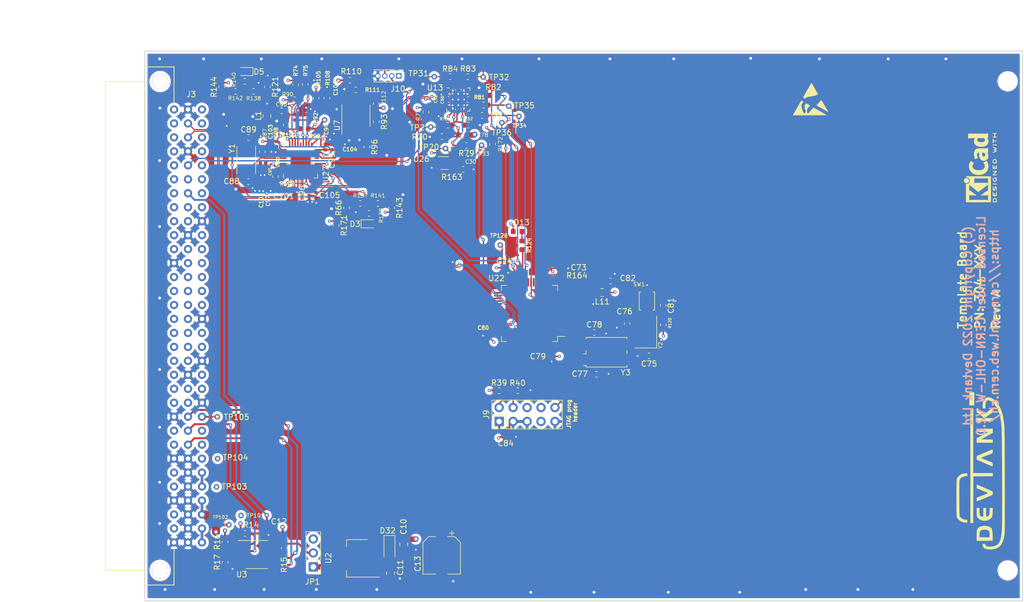
<source format=kicad_pcb>
(kicad_pcb (version 20211014) (generator pcbnew)
  (title_block (title "Template Board") (date "2022-11-03") (company "Devtank Ltd"))
  (layers (0 "F.Cu" signal) (1 "In1.Cu" signal) (2 "In2.Cu" signal) (31 "B.Cu" signal) (34 "B.Paste" user) (35 "F.Paste" user) (36 "B.SilkS" user "B.Silkscreen") (37 "F.SilkS" user "F.Silkscreen") (38 "B.Mask" user) (39 "F.Mask" user) (44 "Edge.Cuts" user))
  (net 0 "")
  (net 1 "GND")
  (net 2 "+3V3")
  (net 3 "+5V")
  (net 4 "+3V3_LOC")
  (net 5 "/LVDSCLK+")
  (net 6 "/LVDSCLK-")
  (net 7 "/LVDS_MOSI+")
  (net 8 "/LVDS_MOSI-")
  (net 9 "/LVDS_MISO+")
  (net 10 "/STM_RESET")
  (net 11 "/LVDS_MISO-")
  (net 12 "/FPGA_IO1")
  (net 13 "/FPGA_IO2")
  (net 14 "/FPGA_IO3")
  (net 15 "/FPGA_IO4")
  (net 16 "/FPGA_IO5")
  (net 17 "/FPGA_IO6")
  (net 18 "+12V")
  (net 19 "-5V")
  (net 20 "+3V3_BP")
  (net 21 "ADJ_DC")
  (net 22 "/FPGA_IO7")
  (net 23 "/FPGA_IO8")
  (net 24 "/STM_RES1")
  (net 25 "/STM_RES2")
  (net 26 "/PORT_SEL")
  (net 27 "Net-(R16-Pad1)")
  (net 28 "/FPGA_IO9")
  (net 29 "/FPGA_IO10")
  (net 30 "/MBRD_IO8")
  (net 31 "/MBRD_IO9")
  (net 32 "/MBRD_IO10")
  (net 33 "/LCOM_1")
  (net 34 "/LCOM_2")
  (net 35 "/LCOM_3")
  (net 36 "/RESET")
  (net 37 "Net-(R79-Pad2)")
  (net 38 "Net-(R80-Pad2)")
  (net 39 "Net-(R81-Pad2)")
  (net 40 "Net-(R82-Pad2)")
  (net 41 "/LCOM_4")
  (net 42 "/LCOM_5")
  (net 43 "/LCOM_6")
  (net 44 "/LCOM_7")
  (net 45 "/LCOM_8")
  (net 46 "/SHUTDOWN")
  (net 47 "/SYS_TRIG")
  (net 48 "/SYS_CLK")
  (net 49 "/USB_DATA_N")
  (net 50 "/USB_DATA_P")
  (net 51 "/USB_DEBUG_N")
  (net 52 "/USB_DEBUG_P")
  (net 53 "/SPI0_CLK")
  (net 54 "/SPI0_MOSI")
  (net 55 "/SPI0_MISO")
  (net 56 "/GPIO3_MBRD")
  (net 57 "/GPIO2_MBRD")
  (net 58 "/GPIO1_MBRD")
  (net 59 "/SPI1_CS2")
  (net 60 "/SPI1_CS1")
  (net 61 "/SPI1_CS0")
  (net 62 "/SPI1_CLK")
  (net 63 "/SPI1_MISO")
  (net 64 "/SPI1_MOSI")
  (net 65 "/SPI0_CS1")
  (net 66 "/SPI0_CS0")
  (net 67 "/I2C0_SDA")
  (net 68 "/I2C0_SCL")
  (net 69 "/I2C1_SDA")
  (net 70 "/I2C1_SCL")
  (net 71 "/MBRD_IO4")
  (net 72 "/MBRD_IO5")
  (net 73 "/MBRD_IO6")
  (net 74 "/MBRD_IO7")
  (net 75 "/PWM0")
  (net 76 "Net-(C88-Pad1)")
  (net 77 "Net-(C89-Pad2)")
  (net 78 "Net-(C90-Pad1)")
  (net 79 "Net-(C104-Pad1)")
  (net 80 "Net-(C100-Pad1)")
  (net 81 "/PWM1")
  (net 82 "/RCOM_1")
  (net 83 "/RCOM_2")
  (net 84 "/RCOM_3")
  (net 85 "/RCOM_4")
  (net 86 "/RCOM_5")
  (net 87 "/RCOM_6")
  (net 88 "/RCOM_7")
  (net 89 "/RCOM_8")
  (net 90 "Net-(R20-Pad2)")
  (net 91 "/STM_Micro/SWD_IO")
  (net 92 "/STM_Micro/SWD_SCK")
  (net 101 "Net-(R74-Pad2)")
  (net 102 "Net-(R93-Pad2)")
  (net 103 "Net-(R102-Pad1)")
  (net 104 "Net-(R105-Pad1)")
  (net 105 "Net-(R109-Pad1)")
  (net 106 "Net-(R110-Pad1)")
  (net 107 "Net-(R112-Pad2)")
  (net 110 "/STM_USB_DATA_N")
  (net 111 "/STM_USB_DATA_P")
  (net 115 "Net-(L1-Pad2)")
  (net 128 "Net-(C52-Pad1)")
  (net 132 "Net-(C75-Pad1)")
  (net 133 "Net-(C76-Pad1)")
  (net 134 "Net-(C77-Pad1)")
  (net 135 "Net-(C78-Pad1)")
  (net 136 "Net-(C82-Pad1)")
  (net 137 "Net-(D13-Pad1)")
  (net 151 "Net-(R15-Pad1)")
  (net 152 "/STM_DEBUG_TX")
  (net 153 "Net-(R83-Pad2)")
  (net 154 "Net-(R84-Pad2)")
  (net 155 "/STM_DEBUG_RX")
  (net 159 "Net-(R124-Pad2)")
  (net 173 "Net-(D3-Pad2)")
  (net 174 "Net-(D3-Pad1)")
  (net 175 "Net-(D5-Pad1)")
  (net 176 "Net-(D5-Pad2)")
  (net 177 "Net-(R137-Pad2)")
  (net 178 "Net-(R138-Pad2)")
  (net 179 "/STM_BOOT0_OUT")
  (net 180 "Net-(R164-Pad1)")
  (net 181 "Net-(R79-Pad1)")
  (footprint "Mounting_Holes:MountingHole_2.7mm" (layer "F.Cu") (at 58.08 139.52)
    (fp_text reference "REF**" hide)
    (fp_text value "MountingHole_3.5mm" hide)
  )
  (footprint "Mounting_Holes:MountingHole_2.7mm" (layer "F.Cu") (at 212.24 50.575)
    (fp_text reference "REF**" hide)
    (fp_text value "MountingHole_3.5mm" hide)
  )
  (footprint "Mounting_Holes:MountingHole_2.7mm" (layer "F.Cu") (at 212.24 139.525)
    (fp_text reference "REF**" hide)
    (fp_text value "MountingHole_3.5mm" hide)
  )
  (footprint "Mounting_Holes:MountingHole_2.7mm" (layer "F.Cu") (at 58.08 50.63)
    (fp_text reference "REF**" hide)
    (fp_text value "MountingHole_3.5mm" hide)
  )
  (footprint "Capacitor_SMD:C_0603_1608Metric" (layer "F.Cu") (at 74.13 68.82)
    (fp_text reference "C88")
    (fp_text value "33pF")
  )
  (footprint "Capacitor_SMD:C_0603_1608Metric" (layer "F.Cu") (at 80.21 55.94)
    (fp_text reference "C90")
    (fp_text value "100nF")
  )
  (footprint "Capacitor_SMD:C_0402_1005Metric" (layer "F.Cu") (at 82.59 57.135 90)
    (fp_text reference "C91")
    (fp_text value "1uF ")
  )
  (footprint "Capacitor_SMD:C_0402_1005Metric" (layer "F.Cu") (at 90.22 54.18 -90)
    (fp_text reference "C106")
    (fp_text value "DNF")
  )
  (footprint "Resistor_SMD:R_0603_1608Metric" (layer "F.Cu") (at 82.73 51.2075 -90)
    (fp_text reference "R74")
    (fp_text value "DNF")
  )
  (footprint "Resistor_SMD:R_0603_1608Metric" (layer "F.Cu") (at 82.55 53.96)
    (fp_text reference "R90")
    (fp_text value "100K")
  )
  (footprint "Resistor_SMD:R_0603_1608Metric" (layer "F.Cu") (at 95.67 62.53 -90)
    (fp_text reference "R96")
    (fp_text value "DNF")
  )
  (footprint "Resistor_SMD:R_0603_1608Metric" (layer "F.Cu") (at 81.05 58.51 90)
    (fp_text reference "R102")
    (fp_text value "20K")
  )
  (footprint "Resistor_SMD:R_0603_1608Metric" (layer "F.Cu") (at 88.43 53.63 90)
    (fp_text reference "R108")
    (fp_text value "DNF")
  )
  (footprint "Resistor_SMD:R_0603_1608Metric" (layer "F.Cu") (at 93.66 52.15 180)
    (fp_text reference "R111")
    (fp_text value "10K")
  )
  (footprint "Resistor_SMD:R_0603_1608Metric" (layer "F.Cu") (at 97.41 54.63 90)
    (fp_text reference "R112")
    (fp_text value "DNF")
  )
  (footprint "Inductor_SMD:L_0805_2012Metric" (layer "F.Cu") (at 77.52 56.91 -90)
    (fp_text reference "L1")
    (fp_text value "500mA/0.10DCR")
  )
  (footprint "Package_SO:SOIC-8_3.9x4.9mm_P1.27mm" (layer "F.Cu") (at 93.705001 56.834999 90)
    (fp_text reference "U7")
    (fp_text value "DNF")
  )
  (footprint "Capacitor_SMD:C_0402_1005Metric" (layer "F.Cu") (at 79.9 132.65)
    (fp_text reference "C12")
    (fp_text value "100nF")
  )
  (footprint "Resistor_SMD:R_0603_1608Metric" (layer "F.Cu") (at 80.7 135.45 90)
    (fp_text reference "R15")
    (fp_text value "4K7")
  )
  (footprint "TestPoint:TestPoint_THTPad_D1.0mm_Drill0.5mm" (layer "F.Cu") (at 72.8 129.55)
    (fp_text reference "TP101")
    (fp_text value "Test_Point")
  )
  (footprint "TestPoint:TestPoint_THTPad_D1.0mm_Drill0.5mm" (layer "F.Cu") (at 68.35 124.35)
    (fp_text reference "TP103")
    (fp_text value "Test_Point")
  )
  (footprint "Resistor_SMD:R_0603_1608Metric" (layer "F.Cu") (at 69.9 134.35 90)
    (fp_text reference "R16")
    (fp_text value "4K7")
  )
  (footprint "Resistor_SMD:R_0603_1608Metric" (layer "F.Cu") (at 73.52 132.81 180)
    (fp_text reference "R14")
    (fp_text value "10K")
  )
  (footprint "Resistor_SMD:R_0603_1608Metric" (layer "F.Cu") (at 69.9 138.05 90)
    (fp_text reference "R17")
    (fp_text value "DNF")
  )
  (footprint "TestPoint:TestPoint_THTPad_D1.0mm_Drill0.5mm" (layer "F.Cu") (at 119.94 80.35 180)
    (fp_text reference "TP126")
    (fp_text value "Test_Point")
  )
  (footprint "Resistor_SMD:R_0603_1608Metric" (layer "F.Cu") (at 97.43 57.9625 -90)
    (fp_text reference "R93")
    (fp_text value "100K")
  )
  (footprint "Resistor_SMD:R_0603_1608Metric" (layer "F.Cu") (at 84.49 51.1575 -90)
    (fp_text reference "R75")
    (fp_text value "10K")
  )
  (footprint "Resistor_SMD:R_0603_1608Metric" (layer "F.Cu") (at 84.2625 59.21 180)
    (fp_text reference "R99")
    (fp_text value "10K")
  )
  (footprint "Diode_SMD:D_SOD-123" (layer "F.Cu") (at 99.8 135.45 -90)
    (fp_text reference "D32")
    (fp_text value "MBR230LSFT1G")
  )
  (footprint "TestPoint:TestPoint_THTPad_D1.0mm_Drill0.5mm" (layer "F.Cu") (at 68.55 119.2 180)
    (fp_text reference "TP104")
    (fp_text value "Test_Point")
  )
  (footprint "Package_TO_SOT_SMD:SOT-223-3_TabPin2" (layer "F.Cu") (at 93.9 137.35 180)
    (fp_text reference "U2")
    (fp_text value "LD1117S33TR_SOT223")
  )
  (footprint "Capacitor_SMD:C_0805_2012Metric" (layer "F.Cu") (at 100 140.05 90)
    (fp_text reference "C11")
    (fp_text value "10uF")
  )
  (footprint "Resistor_SMD:R_0603_1608Metric" (layer "F.Cu") (at 92.62 50.4 180)
    (fp_text reference "R110")
    (fp_text value "DNF")
  )
  (footprint "Package_SO:SOIC-8_3.9x4.9mm_P1.27mm" (layer "F.Cu") (at 75.7 136.65)
    (fp_text reference "U3")
    (fp_text value "AT25DN512CSSHF-B")
  )
  (footprint "Connector_PinHeader_2.54mm:PinHeader_1x03_P2.54mm_Vertical" (layer "F.Cu") (at 85.95 138.9 180)
    (fp_text reference "JP1")
    (fp_text value "Jumper_NC_Dual")
  )
  (footprint "Capacitor_SMD:CP_Elec_6.3x7.7" (layer "F.Cu") (at 109.3 136.8 -90)
    (fp_text reference "C13")
    (fp_text value "100uF")
  )
  (footprint "TestPoint:TestPoint_THTPad_D1.0mm_Drill0.5mm" (layer "F.Cu") (at 70.6 131.25)
    (fp_text reference "TP102")
    (fp_text value "Test_Point")
  )
  (footprint "Capacitor_SMD:C_0603_1608Metric" (layer "F.Cu") (at 143.025 94.6375 -90)
    (fp_text reference "C76")
    (fp_text value "18pF")
  )
  (footprint "Capacitor_SMD:C_0603_1608Metric" (layer "F.Cu") (at 147.025 100.525 180)
    (fp_text reference "C75")
    (fp_text value "18pF")
  )
  (footprint "Capacitor_SMD:C_0402_1005Metric" (layer "F.Cu") (at 120.8 84.5)
    (fp_text reference "C74")
    (fp_text value "100nF")
  )
  (footprint "Crystal:Crystal_SMD_Abracon_ABM3C-4Pin_5.0x3.2mm" (layer "F.Cu") (at 146.41 96.175 90)
    (fp_text reference "Y2")
    (fp_text value "8MHZ")
  )
  (footprint "Resistor_SMD:R_0603_1608Metric" (layer "F.Cu") (at 123.9 80.4 -90)
    (fp_text reference "R124")
    (fp_text value "330R")
  )
  (footprint "Resistor_SMD:R_0603_1608Metric" (layer "F.Cu") (at 149.6 94.875 90)
    (fp_text reference "R120")
    (fp_text value "10K")
  )
  (footprint "LED_SMD:LED_0603_1608Metric" (layer "F.Cu") (at 123.1 77.9 180)
    (fp_text reference "D13")
    (fp_text value "GRN")
  )
  (footprint "Capacitor_SMD:C_0603_1608Metric" (layer "F.Cu") (at 149.585 91.35 90)
    (fp_text reference "C81")
    (fp_text value "100nF")
  )
  (footprint "Capacitor_SMD:C_0402_1005Metric" (layer "F.Cu") (at 117.65 96.9 90)
    (fp_text reference "C80")
    (fp_text value "100nF")
  )
  (footprint "Capacitor_SMD:C_0603_1608Metric" (layer "F.Cu") (at 137.05 96.275)
    (fp_text reference "C78")
    (fp_text value "4.3pF")
  )
  (footprint "Capacitor_SMD:C_0603_1608Metric" (layer "F.Cu") (at 137.425 103.85)
    (fp_text reference "C77")
    (fp_text value "4.3pF")
  )
  (footprint "Inductor_SMD:L_0805_2012Metric" (layer "F.Cu") (at 138.5 89 180)
    (fp_text reference "L11")
    (fp_text value "2A/0.05DCR")
  )
  (footprint "Crystal:Crystal_SMD_TXC_7A-2Pin_5x3.2mm" (layer "F.Cu") (at 73.76 64.87 -90)
    (fp_text reference "Y1")
    (fp_text value "50ppm 24.000MHZ")
  )
  (footprint "Capacitor_SMD:C_0402_1005Metric" (layer "F.Cu") (at 85.34 57.135 90)
    (fp_text reference "C92")
    (fp_text value "100nF")
  )
  (footprint "Capacitor_SMD:C_0603_1608Metric" (layer "F.Cu") (at 74.13 60.8 180)
    (fp_text reference "C89")
    (fp_text value "33pF")
  )
  (footprint "Capacitor_SMD:C_0402_1005Metric" (layer "F.Cu") (at 89.35 62.56 90)
    (fp_text reference "C99")
    (fp_text value "100nF")
  )
  (footprint "Capacitor_SMD:C_0402_1005Metric" (layer "F.Cu") (at 88.15 62.56 90)
    (fp_text reference "C94")
    (fp_text value "100nF")
  )
  (footprint "Capacitor_SMD:C_0402_1005Metric" (layer "F.Cu") (at 90.65 62.51 90)
    (fp_text reference "C104")
    (fp_text value "4.7uF")
  )
  (footprint "Capacitor_SMD:C_0603_1608Metric" (layer "F.Cu") (at 140 86.9)
    (fp_text reference "C82")
    (fp_text value "100nF")
  )
  (footprint "Package_QFP:LQFP-64_10x10mm_P0.5mm" (layer "F.Cu") (at 125.274999 92.804999 180)
    (fp_text reference "U22")
    (fp_text value "STM32F072RBTx")
  )
  (footprint "Capacitor_SMD:C_0402_1005Metric" (layer "F.Cu") (at 77.62 69.07 -90)
    (fp_text reference "C97")
    (fp_text value "100nF")
  )
  (footprint "Capacitor_SMD:C_0402_1005Metric" (layer "F.Cu") (at 79.26 61.99 -90)
    (fp_text reference "C98")
    (fp_text value "100nF")
  )
  (footprint "Capacitor_SMD:C_0402_1005Metric" (layer "F.Cu") (at 86.43 71.275 -90)
    (fp_text reference "C105")
    (fp_text value "4.7uF")
  )
  (footprint "Capacitor_SMD:C_0402_1005Metric" (layer "F.Cu") (at 78.16 61.99 -90)
    (fp_text reference "C103")
    (fp_text value "4.7uF")
  )
  (footprint "Capacitor_SMD:C_0402_1005Metric" (layer "F.Cu") (at 76.445 69.07 -90)
    (fp_text reference "C102")
    (fp_text value "4.7uF")
  )
  (footprint "Capacitor_SMD:C_0402_1005Metric" (layer "F.Cu") (at 79.64 70.12 180)
    (fp_text reference "C101")
    (fp_text value "100nF")
  )
  (footprint "TestPoint:TestPoint_THTPad_D1.0mm_Drill0.5mm" (layer "F.Cu") (at 123.35 56.95)
    (fp_text reference "TP34")
    (fp_text value "Test_Point")
  )
  (footprint "Crystal:Crystal_SMD_7050-4Pin_7.0x5.0mm" (layer "F.Cu") (at 139.275 99.85)
    (fp_text reference "Y3")
    (fp_text value "ABS25-32.768KHZ-6-T")
  )
  (footprint "Button_Switch_SMD:SW_SPST_B3U-1000P" (layer "F.Cu") (at 146.625 90.55 -90)
    (fp_text reference "SW1")
    (fp_text value "SW_Push")
  )
  (footprint "Capacitor_SMD:C_0402_1005Metric" (layer "F.Cu") (at 129.25 100.6 180)
    (fp_text reference "C79")
    (fp_text value "100nF")
  )
  (footprint "Capacitor_SMD:C_0402_1005Metric" (layer "F.Cu") (at 130.9 84.6)
    (fp_text reference "C73")
    (fp_text value "100nF")
  )
  (footprint "Package_DFN_QFN:QFN-36-1EP_6x6mm_P0.5mm_EP3.7x3.7mm" (layer "F.Cu") (at 83.65 65.06 90)
    (fp_text reference "U27")
    (fp_text value "USB2502")
  )
  (footprint "Capacitor_SMD:C_0402_1005Metric" (layer "F.Cu") (at 76.81 66.69 180)
    (fp_text reference "C95")
    (fp_text value "100nF")
  )
  (footprint "Capacitor_SMD:C_0402_1005Metric" (layer "F.Cu") (at 76.795 65.49 180)
    (fp_text reference "C100")
    (fp_text value "4.7uF")
  )
  (footprint "Resistor_SMD:R_0603_1608Metric" (layer "F.Cu") (at 76.68 63.4 90)
    (fp_text reference "R87")
    (fp_text value "1M")
  )
  (footprint "Resistor_SMD:R_0603_1608Metric" (layer "F.Cu") (at 79.09 67.89 -90)
    (fp_text reference "R109")
    (fp_text value "12.0K ")
  )
  (footprint "Capacitor_SMD:C_0402_1005Metric" (layer "F.Cu") (at 85.2 70.875 -90)
    (fp_text reference "C96")
    (fp_text value "100nF")
  )
  (footprint "Resistor_SMD:R_0603_1608Metric" (layer "F.Cu") (at 86.46 53.6475 90)
    (fp_text reference "R105")
    (fp_text value "10K")
  )
  (footprint "Capacitor_SMD:C_0805_2012Metric" (layer "F.Cu") (at 102.4 134.8 90)
    (fp_text reference "C10")
    (fp_text value "10uF")
  )
  (footprint "LED_SMD:LED_0603_1608Metric" (layer "F.Cu") (at 73.5 48.8 180)
    (fp_text reference "D5")
    (fp_text value "GRN")
  )
  (footprint "Resistor_SMD:R_0603_1608Metric" (layer "F.Cu") (at 77.6 51.6 -90)
    (fp_text reference "R121")
    (fp_text value "0R")
  )
  (footprint "Resistor_SMD:R_0603_1608Metric" (layer "F.Cu") (at 73.4875 50.6 180)
    (fp_text reference "R140")
    (fp_text value "100K")
  )
  (footprint "Resistor_SMD:R_0603_1608Metric" (layer "F.Cu") (at 71.8 52.4 180)
    (fp_text reference "R142")
    (fp_text value "330R")
  )
  (footprint "Resistor_SMD:R_0603_1608Metric" (layer "F.Cu") (at 69.3 51.6125 90)
    (fp_text reference "R144")
    (fp_text value "DNF")
  )
  (footprint "Resistor_SMD:R_0603_1608Metric" (layer "F.Cu") (at 75.0875 52.4 180)
    (fp_text reference "R138")
    (fp_text value "DNF")
  )
  (footprint "Resistor_SMD:R_0603_1608Metric" (layer "F.Cu") (at 96.1125 74.6)
    (fp_text reference "R139")
    (fp_text value "100K")
  )
  (footprint "Resistor_SMD:R_0603_1608Metric" (layer "F.Cu") (at 97.7 72.8)
    (fp_text reference "R141")
    (fp_text value "330R")
  )
  (footprint "LED_SMD:LED_0603_1608Metric" (layer "F.Cu") (at 96.1125 76.5)
    (fp_text reference "D3")
    (fp_text value "GRN")
  )
  (footprint "Resistor_SMD:R_0603_1608Metric" (layer "F.Cu") (at 94.5125 72.8)
    (fp_text reference "R137")
    (fp_text value "DNF")
  )
  (footprint "Resistor_SMD:R_0603_1608Metric" (layer "F.Cu") (at 100.2 73.6 -90)
    (fp_text reference "R143")
    (fp_text value "DNF")
  )
  (footprint "Resistor_SMD:R_0603_1608Metric" (layer "F.Cu") (at 92 73.6 90)
    (fp_text reference "R66")
    (fp_text value "0R")
  )
  (footprint "Resistor_SMD:R_0603_1608Metric" (layer "F.Cu") (at 114.05 49.75 180)
    (fp_text reference "R83")
    (fp_text value "0R")
  )
  (footprint "Resistor_SMD:R_0603_1608Metric" (layer "F.Cu") (at 106.43 56.1575 90)
    (fp_text reference "R77")
    (fp_text value "10K")
  )
  (footprint "TestPoint:TestPoint_THTPad_D1.0mm_Drill0.5mm" (layer "F.Cu") (at 116.55 62.19)
    (fp_text reference "TP33")
    (fp_text value "Test_Point")
  )
  (footprint "TestPoint:TestPoint_THTPad_D1.0mm_Drill0.5mm" (layer "F.Cu") (at 107.95 49.75 180)
    (fp_text reference "TP31")
    (fp_text value "Test_Point")
  )
  (footprint "Resistor_SMD:R_0603_1608Metric" (layer "F.Cu") (at 118.7 53.15 180)
    (fp_text reference "R82")
    (fp_text value "330R")
  )
  (footprint "TestPoint:TestPoint_THTPad_D1.0mm_Drill0.5mm" (layer "F.Cu") (at 120.25 58.1 180)
    (fp_text reference "TP36")
    (fp_text value "Test_Point")
  )
  (footprint "Capacitor_SMD:C_0603_1608Metric" (layer "F.Cu") (at 114.15 58.55)
    (fp_text reference "C52")
    (fp_text value "100nF")
  )
  (footprint "Resistor_SMD:R_0603_1608Metric" (layer "F.Cu") (at 113.1125 60.35)
    (fp_text reference "R78")
    (fp_text value "24K")
  )
  (footprint "Resistor_SMD:R_0603_1608Metric" (layer "F.Cu") (at 113.8 62.25 180)
    (fp_text reference "R79")
    (fp_text value "0R")
  )
  (footprint "Resistor_SMD:R_0603_1608Metric" (layer "F.Cu") (at 116.9 54.9 180)
    (fp_text reference "R81")
    (fp_text value "330R")
  )
  (footprint "TestPoint:TestPoint_THTPad_D1.0mm_Drill0.5mm" (layer "F.Cu") (at 116.85 49.8 180)
    (fp_text reference "TP32")
    (fp_text value "Test_Point")
  )
  (footprint "Capacitor_SMD:C_0402_1005Metric" (layer "F.Cu") (at 107.87 55.61 -90)
    (fp_text reference "C55")
    (fp_text value "4.7uF")
  )
  (footprint "TestPoint:TestPoint_THTPad_D1.0mm_Drill0.5mm" (layer "F.Cu") (at 121.5 55.1 -90)
    (fp_text reference "TP35")
    (fp_text value "Test_Point")
  )
  (footprint "TestPoint:TestPoint_THTPad_D1.0mm_Drill0.5mm" (layer "F.Cu") (at 107.3 58.9 180)
    (fp_text reference "TP2")
    (fp_text value "Test_Point")
  )
  (footprint "Resistor_SMD:R_0603_1608Metric" (layer "F.Cu") (at 109.34 60.64)
    (fp_text reference "R20")
    (fp_text value "47K")
  )
  (footprint "Resistor_SMD:R_0603_1608Metric" (layer "F.Cu") (at 116.65 56.8 180)
    (fp_text reference "R80")
    (fp_text value "0R")
  )
  (footprint "Resistor_SMD:R_0603_1608Metric" (layer "F.Cu") (at 110.4 58.55 180)
    (fp_text reference "R76")
    (fp_text value "0R")
  )
  (footprint "Resistor_SMD:R_0603_1608Metric" (layer "F.Cu") (at 110.85 49.75)
    (fp_text reference "R84")
    (fp_text value "0R")
  )
  (footprint "Capacitor_SMD:C_0402_1005Metric" (layer "F.Cu") (at 109.02 55.61 -90)
    (fp_text reference "C56")
    (fp_text value "100nF")
  )
  (footprint "Symbol:ESD-Logo_6.6x6mm_SilkScreen" (layer "F.Cu") (at 176.4 53.8)
    (fp_text reference "REF**" hide)
    (fp_text value "ESD-Logo_6.6x6mm_SilkScreen" hide)
  )
  (footprint "Devtank_PCB_Lib:Devtank_Rev2_Logo_Small" (layer "F.Cu") (at 207.3 121.45 90)
    (fp_text reference "G***" hide)
    (fp_text value "LOGO" hide)
  )
  (footprint "Symbol:KiCad-Logo2_5mm_SilkScreen" (layer "F.Cu") (at 207.25 66.3 90)
    (fp_text reference "REF**" hide)
    (fp_text value "KiCad-Logo2_5mm_SilkScreen" hide)
  )
  (footprint "Resistor_SMD:R_0402_1005Metric" (layer "F.Cu") (at 130.9 85.8)
    (fp_text reference "R164")
    (fp_text value "DNF")
  )
  (footprint "Capacitor_SMD:C_0402_1005Metric" (layer "F.Cu") (at 112.6 64.8 180)
    (fp_text reference "C30")
    (fp_text value "100nF")
  )
  (footprint "Capacitor_SMD:C_0402_1005Metric" (layer "F.Cu") (at 120.95 115.25 180)
    (fp_text reference "C84")
    (fp_text value "100nF")
  )
  (footprint "Connector_PinHeader_2.54mm:PinHeader_2x05_P2.54mm_Vertical" (layer "F.Cu") (at 119.75 112.45 90)
    (fp_text reference "J9")
    (fp_text value "Conn_02x05_Odd_Even")
  )
  (footprint "TestPoint:TestPoint_THTPad_D1.0mm_Drill0.5mm" (layer "F.Cu") (at 110 62.8)
    (fp_text reference "TP20")
    (fp_text value "Test_Point")
  )
  (footprint "Package_TO_SOT_SMD:SOT-353_SC-70-5" (layer "F.Cu") (at 109.85 65.45)
    (fp_text reference "U26")
    (fp_text value "M74VHC1GT14DFT2G")
  )
  (footprint "Devtank_PCB_Lib:CP2102_QFN-24-1EP_4x4mm_P0.5mm_EP2.6x2.6mm_ThermalVias_0.3mm_drill" (layer "F.Cu") (at 112.325001 53.895001)
    (fp_text reference "U13")
    (fp_text value "CP2102N-A01-GQFN24")
  )
  (footprint "Resistor_SMD:R_0603_1608Metric" (layer "F.Cu") (at 90.1 76.8 -90)
    (fp_text reference "R171")
    (fp_text value "1k5")
  )
  (footprint "Resistor_SMD:R_0603_1608Metric" (layer "F.Cu") (at 113.2 66.6)
    (fp_text reference "R163")
    (fp_text value "DNF")
  )
  (footprint "Connector_PinHeader_1.27mm:PinHeader_1x04_P1.27mm_Vertical" (layer "F.Cu") (at 101.5 49.6 -90)
    (fp_text reference "J10")
    (fp_text value "Conn_01x04")
  )
  (footprint "Devtank_PCB_Lib:Socket_DIN41612-CaseC1-full-Male-96Pin-3rows_correct" (layer "F.Cu") (at 63.165 95.075 -90)
    (fp_text reference "J3")
    (fp_text value "Conn_03x32_DIN41612")
  )
  (footprint "Resistor_SMD:R_0603_1608Metric" (layer "F.Cu") (at 118.55 62 -90)
    (fp_text reference "R172")
    (fp_text value "DNF")
  )
  (footprint "Resistor_SMD:R_0603_1608Metric" (layer "F.Cu") (at 119.75 106.85)
    (fp_text reference "R39")
    (fp_text value "100K")
  )
  (footprint "Resistor_SMD:R_0603_1608Metric" (layer "F.Cu") (at 123.15 106.85 180)
    (fp_text reference "R40")
    (fp_text value "100K")
  )
  (footprint "Fiducial:Fiducial_1mm_Mask2mm" (layer "F.Cu") (at 64.15 50.45)
    (fp_text reference "REF**" hide)
    (fp_text value "Fiducial_1mm_Mask2mm")
  )
  (footprint "Fiducial:Fiducial_1mm_Mask2mm" (layer "F.Cu") (at 204.1 140.7)
    (fp_text reference "REF**" hide)
    (fp_text value "Fiducial_1mm_Mask2mm")
  )
  (footprint "Fiducial:Fiducial_1mm_Mask2mm" (layer "F.Cu") (at 204.1 50.45)
    (fp_text reference "REF**" hide)
    (fp_text value "Fiducial_1mm_Mask2mm")
  )
  (footprint "TestPoint:TestPoint_THTPad_D1.0mm_Drill0.5mm" (layer "F.Cu") (at 68.5 111.6)
    (fp_text reference "TP105")
    (fp_text value "Test_Point")
  )
  (gr_line (start 214.925 45.075) (end 214.925 45.075) (layer "Edge.Cuts") (width 0.15))
  (gr_line (start 55.295 45.075) (end 55.295 145.075) (layer "Edge.Cuts") (width 0.15))
  (gr_line (start 214.925 145.075) (end 214.925 45.075) (layer "Edge.Cuts") (width 0.15))
  (gr_line (start 55.295 145.075) (end 214.925 145.075) (layer "Edge.Cuts") (width 0.15))
  (gr_line (start 214.925 45.075) (end 55.295 45.075) (layer "Edge.Cuts") (width 0.15))
  (gr_text "(c) Copyright 2022 Devtank Ltd\nLicensed under CERN-OHL-W V2.0\nhttps://cern-ohl.web.cern.ch/" (at 207.4 95.075 90) (layer "B.SilkS") (effects (font (size 1.5 1.5) (thickness 0.3)) (justify mirror)))
  (gr_text "JTAG prog \nheader" (at 133 110.8 90) (layer "F.SilkS") (effects (font (size 0.7 0.7) (thickness 0.175))))
  (gr_text "PN: 304-XXX\n" (at 207.1 87.9 -270) (layer "F.SilkS") (effects (font (size 1.5 1.5) (thickness 0.3))))
  (gr_text "Rev: A" (at 210.1 92.05 -270) (layer "F.SilkS") (effects (font (size 1.5 1.5) (thickness 0.3))))
  (gr_text "Template Board\n" (at 204 86.7 -270) (layer "F.SilkS") (effects (font (size 1.5 1.5) (thickness 0.3))))
  (segment (start 92.47 61.33) (end 92.8 61.33) (width 0.36) (layer "F.Cu") (net 1))
  (segment (start 114.9375 58.55) (end 116.25 58.55) (width 0.36) (layer "F.Cu") (net 1))
  (segment (start 109.395001 53.145001) (end 109.25 53) (width 0.25) (layer "F.Cu") (net 1))
  (segment (start 108.5525 60.64) (end 108.5125 60.68) (width 0.36) (layer "F.Cu") (net 1))
  (segment (start 108.5125 60.68) (end 107.14 60.68) (width 0.36) (layer "F.Cu") (net 1))
  (segment (start 109.02 56.095) (end 109.02 56.66) (width 0.25) (layer "F.Cu") (net 1))
  (segment (start 110.387501 53.145001) (end 109.395001 53.145001) (width 0.25) (layer "F.Cu") (net 1))
  (segment (start 110.975001 53.145001) (end 111.275001 52.845001) (width 0.25) (layer "F.Cu") (net 1))
  (segment (start 110.387501 53.145001) (end 110.975001 53.145001) (width 0.25) (layer "F.Cu") (net 1))
  (segment (start 107.87 56.095) (end 109.02 56.095) (width 0.25) (layer "F.Cu") (net 1))
  (segment (start 109.02 56.66) (end 108.74 56.94) (width 0.25) (layer "F.Cu") (net 1))
  (segment (start 109.3 139.5) (end 109.4 139.5) (width 0.5) (layer "F.Cu") (net 1))
  (segment (start 88.43 52.8425) (end 88.43 51.67) (width 0.25) (layer "F.Cu") (net 1))
  (segment (start 89.35 60.44) (end 89.7 60.09) (width 0.25) (layer "F.Cu") (net 1))
  (segment (start 90.65 62.025) (end 91.665 62.025) (width 0.25) (layer "F.Cu") (net 1))
  (segment (start 144.975 100.525) (end 144.95 100.55) (width 0.25) (layer "F.Cu") (net 1))
  (segment (start 83.15 70.58) (end 83 70.73) (width 0.25) (layer "F.Cu") (net 1))
  (segment (start 145.26 98.075) (end 145.26 100.24) (width 0.25) (layer "F.Cu") (net 1))
  (segment (start 77.6 50.8125) (end 77.6 49.6) (width 0.25) (layer "F.Cu") (net 1))
  (segment (start 86.02 50.37) (end 86.05 50.4) (width 0.25) (layer "F.Cu") (net 1))
  (segment (start 81.05 57.7225) (end 81.511612 57.260888) (width 0.25) (layer "F.Cu") (net 1))
  (segment (start 101.6875 140.9875) (end 101.7 141) (width 0.5) (layer "F.Cu") (net 1))
  (segment (start 108.9 66.1) (end 107.7 66.1) (width 0.25) (layer "F.Cu") (net 1))
  (segment (start 79.26 62.475) (end 79.26 63.31) (width 0.25) (layer "F.Cu") (net 1))
  (segment (start 80.175 67.06) (end 79.92 67.315) (width 0.25) (layer "F.Cu") (net 1))
  (segment (start 89.35 61.542172) (end 88.988914 61.181086) (width 0.25) (layer "F.Cu") (net 1))
  (segment (start 85.34 56.65) (end 83.99 56.65) (width 0.25) (layer "F.Cu") (net 1))
  (segment (start 85.2 71.36) (end 85.2 72.31) (width 0.25) (layer "F.Cu") (net 1))
  (segment (start 83.65 66.76) (end 83.15 67.26) (width 0.25) (layer "F.Cu") (net 1))
  (segment (start 90.65 62.025) (end 89.4 62.025) (width 0.25) (layer "F.Cu") (net 1))
  (segment (start 76.325 66.69) (end 76.325 66.855) (width 0.25) (layer "F.Cu") (net 1))
  (segment (start 117.26 96.415) (end 116.825 96.85) (width 0.25) (layer "F.Cu") (net 1))
  (segment (start 131.385 84.6) (end 132.3 84.6) (width 0.25) (layer "F.Cu") (net 1))
  (segment (start 130.949999 91.054999) (end 136.826835 91.054999) (width 0.25) (layer "F.Cu") (net 1))
  (segment (start 76.31 66.675) (end 76.325 66.69) (width 0.25) (layer "F.Cu") (net 1))
  (segment (start 79.09 70.055) (end 79.155 70.12) (width 0.25) (layer "F.Cu") (net 1))
  (segment (start 140.7875 85.6125) (end 140.8 85.6) (width 0.25) (layer "F.Cu") (net 1))
  (segment (start 131.385 84.6) (end 131.385 85.8) (width 0.25) (layer "F.Cu") (net 1))
  (segment (start 82.590001 55.629999) (end 82.89 55.33) (width 0.25) (layer "F.Cu") (net 1))
  (segment (start 137.8375 96.275) (end 139.025 96.275) (width 0.25) (layer "F.Cu") (net 1))
  (segment (start 146.625 87.675) (end 146.65 87.65) (width 0.25) (layer "F.Cu") (net 1))
  (segment (start 121.65 112.99) (end 122.29 112.35) (width 0.36) (layer "F.Cu") (net 1))
  (segment (start 86.43 71.76) (end 86.43 72.64) (width 0.25) (layer "F.Cu") (net 1))
  (segment (start 94.340001 59.309999) (end 94.34 60.664315) (width 0.36) (layer "F.Cu") (net 1))
  (segment (start 83.65 65.06) (end 83.65 66.76) (width 0.25) (layer "F.Cu") (net 1))
  (segment (start 92.8725 52.15) (end 91.72 52.15) (width 0.36) (layer "F.Cu") (net 1))
  (segment (start 117.65 96.415) (end 117.26 96.415) (width 0.25) (layer "F.Cu") (net 1))
  (segment (start 79.88214 68.89464) (end 79.88214 68.99998) (width 0.25) (layer "F.Cu") (net 1))
  (segment (start 89.35 62.075) (end 88.15 62.075) (width 0.25) (layer "F.Cu") (net 1))
  (segment (start 79.665 68.6775) (end 79.88214 68.89464) (width 0.25) (layer "F.Cu") (net 1))
  (segment (start 69.9 138.8375) (end 70.8375 138.8375) (width 0.25) (layer "F.Cu") (net 1))
  (segment (start 143.025 95.425) (end 141.175 95.425) (width 0.25) (layer "F.Cu") (net 1))
  (segment (start 80.8125 67.06) (end 80.175 67.06) (width 0.25) (layer "F.Cu") (net 1))
  (segment (start 121.285 84.5) (end 121.285 85.271826) (width 0.25) (layer "F.Cu") (net 1))
  (segment (start 141.175 95.425) (end 141.15 95.4) (width 0.25) (layer "F.Cu") (net 1))
  (segment (start 86.43 71.76) (end 87.39 71.76) (width 0.25) (layer "F.Cu") (net 1))
  (segment (start 81.7075 56.65) (end 80.9975 55.94) (width 0.25) (layer "F.Cu") (net 1))
  (segment (start 113.085 64.8) (end 113.5 64.8) (width 0.25) (layer "F.Cu") (net 1))
  (segment (start 74.9175 60.8) (end 76.2 60.8) (width 0.25) (layer "F.Cu") (net 1))
  (segment (start 88.31 61.52) (end 88.31 60.62) (width 0.25) (layer "F.Cu") (net 1))
  (segment (start 84.49 50.37) (end 86.02 50.37) (width 0.25) (layer "F.Cu") (net 1))
  (segment (start 76.0375 50.8125) (end 76 50.85) (width 0.25) (layer "F.Cu") (net 1))
  (segment (start 128.765 101.015) (end 129.3 101.55) (width 0.25) (layer "F.Cu") (net 1))
  (segment (start 93.070001 61.059999) (end 93.070001 59.309999) (width 0.36) (layer "F.Cu") (net 1))
  (segment (start 86.03 71.36) (end 86.43 71.76) (width 0.25) (layer "F.Cu") (net 1))
  (segment (start 149.585 90.5625) (end 151.7875 90.5625) (width 0.25) (layer "F.Cu") (net 1))
  (segment (start 147.56 95.325) (end 148.32 96.085) (width 0.25) (layer "F.Cu") (net 1))
  (segment (start 77.52 55.9725) (end 77.52 54.68) (width 0.25) (layer "F.Cu") (net 1))
  (segment (start 95.610001 61.682501) (end 95.67 61.7425) (width 0.36) (layer "F.Cu") (net 1))
  (segment (start 92.8725 52.15) (end 92.8725 54.162498) (width 0.36) (layer "F.Cu") (net 1))
  (segment (start 85.2 71.95) (end 85.74 72.49) (width 0.25) (layer "F.Cu") (net 1))
  (segment (start 97.05 139.65) (end 98.6625 139.65) (width 0.5) (layer "F.Cu") (net 1))
  (segment (start 83.17001 56.06999) (end 83.17001 55.88) (width 0.25) (layer "F.Cu") (net 1))
  (segment (start 79.26 62.87) (end 79.26 62.475) (width 0.25) (layer "F.Cu") (net 1))
  (segment (start 85.2 71.36) (end 86.03 71.36) (width 0.25) (layer "F.Cu") (net 1))
  (segment (start 83.99 56.053173) (end 84.651824 55.391349) (width 0.25) (layer "F.Cu") (net 1))
  (segment (start 136.826835 91.054999) (end 136.871836 91.1) (width 0.25) (layer "F.Cu") (net 1))
  (segment (start 121.65 115.25) (end 122.8 115.25) (width 0.25) (layer "F.Cu") (net 1))
  (segment (start 140.7875 86.9) (end 140.7875 85.6125) (width 0.25) (layer "F.Cu") (net 1))
  (segment (start 77.6 50.8125) (end 76.0375 50.8125) (width 0.25) (layer "F.Cu") (net 1))
  (segment (start 74.9175 69.9825) (end 74.9 70) (width 0.25) (layer "F.Cu") (net 1))
  (segment (start 87.41 67.06) (end 87.8 67.45) (width 0.25) (layer "F.Cu") (net 1))
  (segment (start 128.524999 100.359999) (end 128.524999 98.479999) (width 0.25) (layer "F.Cu") (net 1))
  (segment (start 146.625 88.85) (end 146.625 87.675) (width 0.25) (layer "F.Cu") (net 1))
  (segment (start 76.445 69.555) (end 76.315 69.555) (width 0.25) (layer "F.Cu") (net 1))
  (segment (start 79.95 63.56) (end 79.26 62.87) (width 0.25) (layer "F.Cu") (net 1))
  (segment (start 82.59 56.65) (end 83.17001 56.06999) (width 0.25) (layer "F.Cu") (net 1))
  (segment (start 79.155 70.12) (end 78.61 70.12) (width 0.25) (layer "F.Cu") (net 1))
  (segment (start 122.024999 87.129999) (end 122.024999 85.239999) (width 0.25) (layer "F.Cu") (net 1))
  (segment (start 89.35 62.075) (end 89.35 60.44) (width 0.25) (layer "F.Cu") (net 1))
  (segment (start 83.15 67.26) (end 83.15 70.58) (width 0.25) (layer "F.Cu") (net 1))
  (segment (start 70.8375 138.8375) (end 71.25 139.25) (width 0.25) (layer "F.Cu") (net 1))
  (segment (start 87.39 71.76) (end 87.4 71.75) (width 0.25) (layer "F.Cu") (net 1))
  (segment (start 92 74.3875) (end 92 75.75) (width 0.25) (layer "F.Cu") (net 1))
  (segment (start 90.22 55.65) (end 90.21 55.66) (width 0.36) (layer "F.Cu") (net 1))
  (segment (start 90.65 62.025) (end 90.65 61.215824) (width 0.25) (layer "F.Cu") (net 1))
  (segment (start 83.99 56.65) (end 83.99 56.053173) (width 0.25) (layer "F.Cu") (net 1))
  (segment (start 76.445 69.555) (end 76.445 70.225) (width 0.25) (layer "F.Cu") (net 1))
  (segment (start 78.16 63.21) (end 78.35 63.4) (width 0.25) (layer "F.Cu") (net 1))
  (segment (start 77.62 69.8) (end 76.84 70.58) (width 0.25) (layer "F.Cu") (net 1))
  (segment (start 95.67 61.7425) (end 94.8525 61.7425) (width 0.36) (layer "F.Cu") (net 1))
  (segment (start 76.31 65.49) (end 76.31 66.675) (width 0.25) (layer "F.Cu") (net 1))
  (segment (start 76.325 66.69) (end 76.325 67.575) (width 0.25) (layer "F.Cu") (net 1))
  (segment (start 113.5 64.8) (end 114.1 64.2) (width 0.25) (layer "F.Cu") (net 1))
  (segment (start 124.1375 106.75) (end 125.45 106.75) (width 0.25) (layer "F.Cu") (net 1))
  (segment (start 83.99 56.65) (end 83.99 55.536728) (width 0.25) (layer "F.Cu") (net 1))
  (segment (start 77.6 49.6) (end 77.65 49.55) (width 0.25) (layer "F.Cu") (net 1))
  (segment (start 78.61 70.12) (end 78.199863 70.530137) (width 0.25) (layer "F.Cu") (net 1))
  (segment (start 88.15 61.68) (end 88.31 61.52) (width 0.25) (layer "F.Cu") (net 1))
  (segment (start 79.26 63.31) (end 79.1 63.47) (width 0.25) (layer "F.Cu") (net 1))
  (segment (start 91.72 52.15) (end 91.59 52.02) (width 0.36) (layer "F.Cu") (net 1))
  (segment (start 92 75.75) (end 92.05 75.8) (width 0.25) (layer "F.Cu") (net 1))
  (segment (start 72.1 138.5) (end 73.17 138.5) (width 0.25) (layer "F.Cu") (net 1))
  (segment (start 77.62 70.81) (end 77.47 70.96) (width 0.25) (layer "F.Cu") (net 1))
  (segment (start 145.26 100.24) (end 144.95 100.55) (width 0.25) (layer "F.Cu") (net 1))
  (segment (start 113.9875 66.6) (end 115.1 66.6) (width 0.25) (layer "F.Cu") (net 1))
  (segment (start 128.765 100.6) (end 128.765 101.015) (width 0.25) (layer "F.Cu") (net 1))
  (segment (start 118.010001 96.054999) (end 117.65 96.415) (width 0.25) (layer "F.Cu") (net 1))
  (segment (start 76.445 70.225) (end 76.15 70.52) (width 0.25) (layer "F.Cu") (net 1))
  (segment (start 102.4 135.7375) (end 104.5875 135.7375) (width 0.36) (layer "F.Cu") (net 1))
  (segment (start 85.2 71.36) (end 85.2 71.95) (width 0.25) (layer "F.Cu") (net 1))
  (segment (start 93.6875 74.3875) (end 93.7 74.4) (width 0.25) (layer "F.Cu") (net 1))
  (segment (start 85.34 56.65) (end 85.62 56.65) (width 0.25) (layer "F.Cu") (net 1))
  (segment (start 89.35 62.075) (end 89.35 61.542172) (width 0.25) (layer "F.Cu") (net 1))
  (segment (start 100 140.9875) (end 101.6875 140.9875) (width 0.5) (layer "F.Cu") (net 1))
  (segment (start 146.2375 100.525) (end 144.975 100.525) (width 0.25) (layer "F.Cu") (net 1))
  (segment (start 85.2 72.31) (end 84.97 72.54) (width 0.25) (layer "F.Cu") (net 1))
  (segment (start 119.599999 96.054999) (end 118.010001 96.054999) (width 0.25) (layer "F.Cu") (net 1))
  (segment (start 79.09 68.6775) (end 79.665 68.6775) (width 0.25) (layer "F.Cu") (net 1))
  (segment (start 79.92 67.315) (end 79.92 67.8475) (width 0.25) (layer "F.Cu") (net 1))
  (segment (start 81.511612 56.845888) (end 81.7075 56.65) (width 0.25) (layer "F.Cu") (net 1))
  (segment (start 71.7625 138.8375) (end 72.1 138.5) (width 0.25) (layer "F.Cu") (net 1))
  (segment (start 139.6 103.85) (end 139.65 103.8) (width 0.25) (layer "F.Cu") (net 1))
  (segment (start 90.22 54.665) (end 90.22 55.65) (width 0.36) (layer "F.Cu") (net 1))
  (segment (start 76.445 69.555) (end 77.62 69.555) (width 0.25) (layer "F.Cu") (net 1))
  (segment (start 138.2125 103.85) (end 139.6 103.85) (width 0.25) (layer "F.Cu") (net 1))
  (segment (start 86.5875 67.06) (end 87.41 67.06) (width 0.25) (layer "F.Cu") (net 1))
  (segment (start 92.8 61.33) (end 93.070001 61.059999) (width 0.36) (layer "F.Cu") (net 1))
  (segment (start 128.765 100.6) (end 128.524999 100.359999) (width 0.25) (layer "F.Cu") (net 1))
  (segment (start 85.62 56.65) (end 86.23 56.04) (width 0.25) (layer "F.Cu") (net 1))
  (segment (start 77.52 54.68) (end 77.55 54.65) (width 0.25) (layer "F.Cu") (net 1))
  (segment (start 109.4 139.5) (end 111.4 141.5) (width 0.5) (layer "F.Cu") (net 1))
  (segment (start 104.5875 135.7375) (end 104.6 135.75) (width 0.36) (layer "F.Cu") (net 1))
  (segment (start 147.56 94.275) (end 147.56 95.325) (width 0.25) (layer "F.Cu") (net 1))
  (segment (start 86.43 72.64) (end 86.5 72.71) (width 0.25) (layer "F.Cu") (net 1))
  (segment (start 107.7 66.1) (end 107.5 66.3) (width 0.25) (layer "F.Cu") (net 1))
  (segment (start 80.8125 63.56) (end 79.95 63.56) (width 0.25) (layer "F.Cu") (net 1))
  (segment (start 76.325 67.575) (end 76.4 67.65) (width 0.25) (layer "F.Cu") (net 1))
  (segment (start 77.62 69.555) (end 77.62 70.81) (width 0.25) (layer "F.Cu") (net 1))
  (segment (start 76.2 60.8) (end 76.4 60.6) (width 0.25) (layer "F.Cu") (net 1))
  (segment (start 92.8725 54.162498) (end 93.070001 54.359999) (width 0.36) (layer "F.Cu") (net 1))
  (segment (start 74.9175 68.82) (end 74.9175 69.9825) (width 0.25) (layer "F.Cu") (net 1))
  (segment (start 89.4 62.025) (end 89.35 62.075) (width 0.25) (layer "F.Cu") (net 1))
  (segment (start 121.65 115.25) (end 121.65 112.99) (width 0.36) (layer "F.Cu") (net 1))
  (segment (start 76.325 66.855) (end 77.1 67.63) (width 0.25) (layer "F.Cu") (net 1))
  (segment (start 79.415 132.65) (end 78.25 132.65) (width 0.25) (layer "F.Cu") (net 1))
  (segment (start 78.25 132.65) (end 77.8 133.1) (width 0.25) (layer "F.Cu") (net 1))
  (segment (start 73.17 138.5) (end 73.225 138.555) (width 0.25) (layer "F.Cu") (net 1))
  (segment (start 76.315 69.555) (end 75.37 70.5) (width 0.25) (layer "F.Cu") (net 1))
  (segment (start 139.025 96.275) (end 139.2 96.45) (width 0.25) (layer "F.Cu") (net 1))
  (segment (start 148.32 96.085) (end 148.32 96.73) (width 0.25) (layer "F.Cu") (net 1))
  (segment (start 92 74.3875) (end 93.6875 74.3875) (width 0.25) (layer "F.Cu") (net 1))
  (segment (start 88.43 51.67) (end 88.45 51.65) (width 0.25) (layer "F.Cu") (net 1))
  (segment (start 78.16 62.475) (end 78.16 63.21) (width 0.25) (layer "F.Cu") (net 1))
  (segment (start 83.99 55.536728) (end 83.489829 55.036557) (width 0.25) (layer "F.Cu") (net 1))
  (segment (start 94.34 60.664315) (end 94.34 61.23) (width 0.36) (layer "F.Cu") (net 1))
  (segment (start 85.34 56.65) (end 85.34 55.78) (width 0.25) (layer "F.Cu") (net 1))
  (segment (start 79.92 67.8475) (end 79.09 68.6775) (width 0.25) (layer "F.Cu") (net 1))
  (segment (start 83.99 56.65) (end 82.59 56.65) (width 0.25) (layer "F.Cu") (net 1))
  (segment (start 91.665 62.025) (end 91.68 62.04) (width 0.25) (layer "F.Cu") (net 1))
  (segment (start 82.59 56.65) (end 81.7075 56.65) (width 0.25) (layer "F.Cu") (net 1))
  (segment (start 82.59 56.65) (end 82.590001 55.629999) (width 0.25) (layer "F.Cu") (net 1))
  (segment (start 79.26 62.475) (end 78.16 62.475) (width 0.25) (layer "F.Cu") (net 1))
  (segment (start 81.511612 57.260888) (end 81.511612 56.845888) (width 0.25) (layer "F.Cu") (net 1))
  (segment (start 121.285 85.271826) (end 121.406587 85.393413) (width 0.25) (layer "F.Cu") (net 1))
  (segment (start 69.9 138.8375) (end 71.7625 138.8375) (width 0.25) (layer "F.Cu") (net 1))
  (segment (start 95.610001 59.309999) (end 95.610001 61.682501) (width 0.36) (layer "F.Cu") (net 1))
  (segment (start 122.024999 85.239999) (end 121.285 84.5) (width 0.25) (layer "F.Cu") (net 1))
  (segment (start 148.32 96.73) (end 149.22 97.63) (width 0.25) (layer "F.Cu") (net 1))
  (segment (start 85.34 55.78) (end 85.49 55.63) (width 0.25) (layer "F.Cu") (net 1))
  (segment (start 98.6625 139.65) (end 100 140.9875) (width 0.5) (layer "F.Cu") (net 1))
  (segment (start 94.8525 61.7425) (end 94.34 61.23) (width 0.36) (layer "F.Cu") (net 1))
  (segment (start 77.62 69.555) (end 77.62 69.8) (width 0.25) (layer "F.Cu") (net 1))
  (segment (start 88.15 62.075) (end 88.15 61.68) (width 0.25) (layer "F.Cu") (net 1))
  (via (at 82.89 55.33) (size 0.6) (drill 0.3) (layers "F.Cu" "B.Cu") (net 1))
  (via (at 116.25 58.55) (size 0.8) (drill 0.4) (layers "F.Cu" "B.Cu") (net 1))
  (via (at 109.25 53) (size 0.6) (drill 0.3) (layers "F.Cu" "B.Cu") (net 1))
  (via (at 107.14 60.68) (size 0.8) (drill 0.4) (layers "F.Cu" "B.Cu") (net 1))
  (via (at 108.74 56.94) (size 0.6) (drill 0.3) (layers "F.Cu" "B.Cu") (net 1))
  (via (at 58.05 55.45) (size 1) (drill 0.5) (layers "F.Cu" "B.Cu") (net 1))
  (via (at 111.4 141.5) (size 0.8) (drill 0.4) (layers "F.Cu" "B.Cu") (net 1))
  (via (at 85.49 55.63) (size 0.6) (drill 0.3) (layers "F.Cu" "B.Cu") (net 1))
  (via (at 90.21 55.66) (size 0.8) (drill 0.4) (layers "F.Cu" "B.Cu") (net 1))
  (via (at 125.5 143.5) (size 1) (drill 0.5) (layers "F.Cu" "B.Cu") (net 1))
  (via (at 129.3 101.55) (size 0.6) (drill 0.3) (layers "F.Cu" "B.Cu") (net 1))
  (via (at 88.31 60.62) (size 0.6) (drill 0.3) (layers "F.Cu" "B.Cu") (net 1))
  (via (at 76 50.85) (size 0.6) (drill 0.3) (layers "F.Cu" "B.Cu") (net 1))
  (via (at 113 46.5) (size 1) (drill 0.5) (layers "F.Cu" "B.Cu") (net 1))
  (via (at 79.3 57.8) (size 1) (drill 0.5) (layers "F.Cu" "B.Cu") (net 1))
  (via (at 68 143) (size 1) (drill 0.5) (layers "F.Cu" "B.Cu") (net 1))
  (via (at 77.8 133.1) (size 0.6) (drill 0.3) (layers "F.Cu" "B.Cu") (net 1))
  (via (at 92.05 75.8) (size 0.6) (drill 0.3) (layers "F.Cu" "B.Cu") (net 1))
  (via (at 122.8 115.25) (size 0.6) (drill 0.3) (layers "F.Cu" "B.Cu") (net 1))
  (via (at 58 65) (size 1) (drill 0.5) (layers "F.Cu" "B.Cu") (net 1))
  (via (at 76.84 70.58) (size 0.6) (drill 0.3) (layers "F.Cu" "B.Cu") (net 1))
  (via (at 91.68 62.04) (size 0.6) (drill 0.3) (layers "F.Cu" "B.Cu") (net 1))
  (via (at 88.45 51.65) (size 0.6) (drill 0.3) (layers "F.Cu" "B.Cu") (net 1))
  (via (at 111.3 83.45) (size 0.6) (drill 0.3) (layers "F.Cu" "B.Cu") (net 1))
  (via (at 79.75 52.15) (size 1) (drill 0.5) (layers "F.Cu" "B.Cu") (net 1))
  (via (at 114.1 64.2) (size 0.6) (drill 0.3) (layers "F.Cu" "B.Cu") (net 1))
  (via (at 76.4 60.6) (size 0.6) (drill 0.3) (layers "F.Cu" "B.Cu") (net 1))
  (via (at 115.1 66.6) (size 0.6) (drill 0.3) (layers "F.Cu" "B.Cu") (net 1))
  (via (at 150.5 143.5) (size 1) (drill 0.5) (layers "F.Cu" "B.Cu") (net 1))
  (via (at 144.95 100.55) (size 0.6) (drill 0.3) (layers "F.Cu" "B.Cu") (net 1))
  (via (at 69.65 56.6) (size 1) (drill 0.5) (layers "F.Cu" "B.Cu") (net 1))
  (via (at 86.5 72.71) (size 0.6) (drill 0.3) (layers "F.Cu" "B.Cu") (net 1))
  (via (at 77.1 67.63) (size 0.6) (drill 0.3) (layers "F.Cu" "B.Cu") (net 1))
  (via (at 75.37 70.5) (size 0.6) (drill 0.3) (layers "F.Cu" "B.Cu") (net 1))
  (via (at 58 113.5) (size 1) (drill 0.5) (layers "F.Cu" "B.Cu") (net 1))
  (via (at 76.15 70.52) (size 0.6) (drill 0.3) (layers "F.Cu" "B.Cu") (net 1))
  (via (at 104.6 135.75) (size 0.6) (drill 0.3) (layers "F.Cu" "B.Cu") (net 1))
  (via (at 121.406587 85.393413) (size 0.6) (drill 0.3) (layers "F.Cu" "B.Cu") (net 1))
  (via (at 86.5 143) (size 1) (drill 0.5) (layers "F.Cu" "B.Cu") (net 1))
  (via (at 91.59 52.02) (size 0.8) (drill 0.4) (layers "F.Cu" "B.Cu") (net 1))
  (via (at 78.35 63.4) (size 0.6) (drill 0.3) (layers "F.Cu" "B.Cu") (net 1))
  (via (at 58 77) (size 1) (drill 0.5) (layers "F.Cu" "B.Cu") (net 1))
  (via (at 87.4 71.75) (size 0.6) (drill 0.3) (layers "F.Cu" "B.Cu") (net 1))
  (via (at 66 46.5) (size 1) (drill 0.5) (layers "F.Cu" "B.Cu") (net 1))
  (via (at 102.25 71.2) (size 1) (drill 0.5) (layers "F.Cu" "B.Cu") (net 1))
  (via (at 84.97 72.54) (size 0.6) (drill 0.3) (layers "F.Cu" "B.Cu") (net 1))
  (via (at 76.5 46.5) (size 1) (drill 0.5) (layers "F.Cu" "B.Cu") (net 1))
  (via (at 165.5 46.4) (size 1) (drill 0.5) (layers "F.Cu" "B.Cu") (net 1))
  (via (at 93.7 74.4) (size 0.6) (drill 0.3) (layers "F.Cu" "B.Cu") (net 1))
  (via (at 105.9 51.1) (size 1) (drill 0.5) (layers "F.Cu" "B.Cu") (net 1))
  (via (at 71.25 139.25) (size 0.6) (drill 0.3) (layers "F.Cu" "B.Cu") (net 1))
  (via (at 190.5 46.5) (size 1) (drill 0.5) (layers "F.Cu" "B.Cu") (net 1))
  (via (at 87.5 46.5) (size 1) (drill 0.5) (layers "F.Cu" "B.Cu") (net 1))
  (via (at 76.4 67.65) (size 0.6) (drill 0.3) (layers "F.Cu" "B.Cu") (net 1))
  (via (at 122.8 95.25) (size 0.6) (drill 0.3) (layers "F.Cu" "B.Cu") (net 1))
  (via (at 79.1 63.47) (size 0.6) (drill 0.3) (layers "F.Cu" "B.Cu") (net 1))
  (via (at 146.65 87.65) (size 0.6) (drill 0.3) (layers "F.Cu" "B.Cu") (net 1))
  (via (at 151.5 46.5) (size 1) (drill 0.5) (layers "F.Cu" "B.Cu") (net 1))
  (via (at 149.22 97.63) (size 0.6) (drill 0.3) (layers "F.Cu" "B.Cu") (net 1))
  (via (at 77.55 54.65) (size 0.6) (drill 0.3) (layers "F.Cu" "B.Cu") (net 1))
  (via (at 58 131) (size 1) (drill 0.5) (layers "F.Cu" "B.Cu") (net 1))
  (via (at 58 46.5) (size 1) (drill 0.5) (layers "F.Cu" "B.Cu") (net 1))
  (via (at 101.5 46.5) (size 1) (drill 0.5) (layers "F.Cu" "B.Cu") (net 1))
  (via (at 59 143) (size 1) (drill 0.5) (layers "F.Cu" "B.Cu") (net 1))
  (via (at 85.74 72.49) (size 0.6) (drill 0.3) (layers "F.Cu" "B.Cu") (net 1))
  (via (at 74.9 70) (size 0.6) (drill 0.3) (layers "F.Cu" "B.Cu") (net 1))
  (via (at 94.34 61.23) (size 0.8) (drill 0.4) (layers "F.Cu" "B.Cu") (net 1))
  (via (at 70.2 58.7) (size 0.6) (drill 0.3) (layers "F.Cu" "B.Cu") (net 1))
  (via (at 178 46.5) (size 1) (drill 0.5) (layers "F.Cu" "B.Cu") (net 1))
  (via (at 83.17001 55.88) (size 0.6) (drill 0.3) (layers "F.Cu" "B.Cu") (net 1))
  (via (at 77.47 70.96) (size 0.6) (drill 0.3) (layers "F.Cu" "B.Cu") (net 1))
  (via (at 86.05 50.4) (size 0.6) (drill 0.3) (layers "F.Cu" "B.Cu") (net 1))
  (via (at 77.65 49.55) (size 0.6) (drill 0.3) (layers "F.Cu" "B.Cu") (net 1))
  (via (at 89.25 73.75) (size 1) (drill 0.5) (layers "F.Cu" "B.Cu") (net 1))
  (via (at 84.651824 55.391349) (size 0.6) (drill 0.3) (layers "F.Cu" "B.Cu") (net 1))
  (via (at 136.871836 91.1) (size 0.6) (drill 0.3) (layers "F.Cu" "B.Cu") (net 1))
  (via (at 127 46.5) (size 1) (drill 0.5) (layers "F.Cu" "B.Cu") (net 1))
  (via (at 107.5 66.3) (size 0.6) (drill 0.3) (layers "F.Cu" "B.Cu") (net 1))
  (via (at 201 46.5) (size 1) (drill 0.5) (layers "F.Cu" "B.Cu") (net 1))
  (via (at 89.7 60.09) (size 0.6) (drill 0.3) (layers "F.Cu" "B.Cu") (net 1))
  (via (at 58 90) (size 1) (drill 0.5) (layers "F.Cu" "B.Cu") (net 1))
  (via (at 163.5 143.5) (size 1) (drill 0.5) (layers "F.Cu" "B.Cu") (net 1))
  (via (at 140.8 85.6) (size 0.6) (drill 0.3) (layers "F.Cu" "B.Cu") (net 1))
  (via (at 175.5 143) (size 1) (drill 0.5) (layers "F.Cu" "B.Cu") (net 1))
  (via (at 86.23 56.04) (size 0.6) (drill 0.3) (layers "F.Cu" "B.Cu") (net 1))
  (via (at 103.5 58) (size 1) (drill 0.5) (layers "F.Cu" "B.Cu") (net 1))
  (via (at 132.3 84.6) (size 0.6) (drill 0.3) (layers "F.Cu" "B.Cu") (net 1))
  (via (at 101.7 141) (size 0.8) (drill 0.4) (layers "F.Cu" "B.Cu") (net 1))
  (via (at 137 143.5) (size 1) (drill 0.5) (layers "F.Cu" "B.Cu") (net 1))
  (via (at 88.988914 61.181086) (size 0.6) (drill 0.3) (layers "F.Cu" "B.Cu") (net 1))
  (via (at 58 123.5) (size 1) (drill 0.5) (layers "F.Cu" "B.Cu") (net 1))
  (via (at 77 143) (size 1) (drill 0.5) (layers "F.Cu" "B.Cu") (net 1))
  (via (at 83.489829 55.036557) (size 0.6) (drill 0.3) (layers "F.Cu" "B.Cu") (net 1))
  (via (at 151.8 90.55) (size 0.6) (drill 0.3) (layers "F.Cu" "B.Cu") (net 1))
  (via (at 87.8 67.45) (size 0.6) (drill 0.3) (layers "F.Cu" "B.Cu") (net 1))
  (via (at 78.199863 70.530137) (size 0.6) (drill 0.3) (layers "F.Cu" "B.Cu") (net 1))
  (via (at 74.95 57) (size 1) (drill 0.5) (layers "F.Cu" "B.Cu") (net 1))
  (via (at 58 103) (size 1) (drill 0.5) (layers "F.Cu" "B.Cu") (net 1))
  (via (at 195 143) (size 1) (drill 0.5) (layers "F.Cu" "B.Cu") (net 1))
  (via (at 79.88214 68.99998) (size 0.6) (drill 0.3) (layers "F.Cu" "B.Cu") (net 1))
  (via (at 185 143) (size 1) (drill 0.5) (layers "F.Cu" "B.Cu") (net 1))
  (via (at 71.85 70.2) (size 1) (drill 0.5) (layers "F.Cu" "B.Cu") (net 1))
  (via (at 139.2 96.45) (size 0.6) (drill 0.3) (layers "F.Cu" "B.Cu") (net 1))
  (via (at 92.47 61.33) (size 0.8) (drill 0.4) (layers "F.Cu" "B.Cu") (net 1))
  (via (at 83 70.73) (size 0.6) (drill 0.3) (layers "F.Cu" "B.Cu") (net 1))
  (via (at 139.65 103.8) (size 0.6) (drill 0.3) (layers "F.Cu" "B.Cu") (net 1))
  (via (at 100.35 55.55) (size 1) (drill 0.5) (layers "F.Cu" "B.Cu") (net 1))
  (via (at 139.9 46.5) (size 1) (drill 0.5) (layers "F.Cu" "B.Cu") (net 1))
  (via (at 116.1 51.75) (size 1) (drill 0.5) (layers "F.Cu" "B.Cu") (net 1))
  (via (at 97.5 143) (size 1) (drill 0.5) (layers "F.Cu" "B.Cu") (net 1))
  (via (at 116.825 96.85) (size 0.6) (drill 0.3) (layers "F.Cu" "B.Cu") (net 1))
  (via (at 125.45 106.75) (size 0.6) (drill 0.3) (layers "F.Cu" "B.Cu") (net 1))
  (via (at 141.15 95.4) (size 0.6) (drill 0.3) (layers "F.Cu" "B.Cu") (net 1))
  (via (at 99.3 64.05) (size 1) (drill 0.5) (layers "F.Cu" "B.Cu") (net 1))
  (segment (start 110.387501 54.645001) (end 109.499999 54.645001) (width 0.25) (layer "F.Cu") (net 2))
  (segment (start 109.040001 55.145001) (end 109.02 55.125) (width 0.25) (layer "F.Cu") (net 2))
  (segment (start 111.075001 56.394999) (end 110.52 56.95) (width 0.25) (layer "F.Cu") (net 2))
  (segment (start 104.9 55.37) (end 104.89 55.36) (width 0.25) (layer "F.Cu") (net 2))
  (segment (start 106.43 55.37) (end 104.9 55.37) (width 0.25) (layer "F.Cu") (net 2))
  (segment (start 111.075001 55.832501) (end 111.075001 56.394999) (width 0.25) (layer "F.Cu") (net 2))
  (segment (start 106.675 55.125) (end 106.43 55.37) (width 0.25) (layer "F.Cu") (net 2))
  (segment (start 109.02 55.125) (end 107.87 55.125) (width 0.25) (layer "F.Cu") (net 2))
  (segment (start 109.499999 54.645001) (end 109.02 55.125) (width 0.25) (layer "F.Cu") (net 2))
  (segment (start 110.387501 55.145001) (end 109.040001 55.145001) (width 0.25) (layer "F.Cu") (net 2))
  (segment (start 107.87 55.125) (end 106.675 55.125) (width 0.25) (layer "F.Cu") (net 2))
  (segment (start 81.37 50.42) (end 81.35 50.4) (width 0.25) (layer "F.Cu") (net 2))
  (segment (start 72.7325 131.0325) (end 72.7 131) (width 0.36) (layer "F.Cu") (net 2))
  (segment (start 91.800001 53.284999) (end 91.800001 54.359999) (width 0.36) (layer "F.Cu") (net 2))
  (segment (start 121.524999 87.129999) (end 121.524999 86.324999) (width 0.25) (layer "F.Cu") (net 2))
  (segment (start 118.55 60.1) (end 117.45 59) (width 0.25) (layer "F.Cu") (net 2))
  (segment (start 79.49 66.06) (end 79.99 65.56) (width 0.25) (layer "F.Cu") (net 2))
  (segment (start 78.1 65.760736) (end 78.1 68.105) (width 0.25) (layer "F.Cu") (net 2))
  (segment (start 79.26 61.505) (end 78.16 61.505) (width 0.25) (layer "F.Cu") (net 2))
  (segment (start 80.385 132.65) (end 80.385 131.685) (width 0.36) (layer "F.Cu") (net 2))
  (segment (start 80.7 134.6625) (end 83.2625 134.6625) (width 0.36) (layer "F.Cu") (net 2))
  (segment (start 78.1 68.105) (end 77.62 68.585) (width 0.25) (layer "F.Cu") (net 2))
  (segment (start 120.315 80.415) (end 120.3 80.4) (width 0.25) (layer "F.Cu") (net 2))
  (segment (start 90.55 50.4) (end 90.5 50.45) (width 0.36) (layer "F.Cu") (net 2))
  (segment (start 90.95 52.95) (end 91.465002 52.95) (width 0.36) (layer "F.Cu") (net 2))
  (segment (start 80.21 63.06) (end 79.85501 62.70501) (width 0.25) (layer "F.Cu") (net 2))
  (segment (start 79.49 66.06) (end 80.8125 66.06) (width 0.25) (layer "F.Cu") (net 2))
  (segment (start 80.385 131.685) (end 80.35 131.65) (width 0.36) (layer "F.Cu") (net 2))
  (segment (start 129.735 100.6) (end 130.7 100.6) (width 0.25) (layer "F.Cu") (net 2))
  (segment (start 98.6825 55.4175) (end 98.7 55.4) (width 0.36) (layer "F.Cu") (net 2))
  (segment (start 118.480001 96.554999) (end 117.65 97.385) (width 0.25) (layer "F.Cu") (net 2))
  (segment (start 90.22 53.695) (end 90.22 52.0125) (width 0.36) (layer "F.Cu") (net 2))
  (segment (start 120.315 80.725) (end 119.94 80.35) (width 0.25) (layer "F.Cu") (net 2))
  (segment (start 122.3125 76.9125) (end 121.9 76.5) (width 0.25) (layer "F.Cu") (net 2))
  (segment (start 84.96 136.36) (end 85.95 136.36) (width 0.36) (layer "F.Cu") (net 2))
  (segment (start 82.73 50.42) (end 81.37 50.42) (width 0.25) (layer "F.Cu") (net 2))
  (segment (start 120.315 84.5) (end 119.25 84.5) (width 0.25) (layer "F.Cu") (net 2))
  (segment (start 78.96 66.06) (end 79.49 66.06) (width 0.25) (layer "F.Cu") (net 2))
  (segment (start 76.445 68.585) (end 77.62 68.585) (width 0.25) (layer "F.Cu") (net 2))
  (segment (start 97.41 55.4175) (end 98.6825 55.4175) (width 0.36) (layer "F.Cu") (net 2))
  (segment (start 129.207149 84.6) (end 130.415 84.6) (width 0.25) (layer "F.Cu") (net 2))
  (segment (start 118.185 97.385) (end 118.8 98) (width 0.25) (layer "F.Cu") (net 2))
  (segment (start 78.175 134.745) (end 80.6175 134.745) (width 0.36) (layer "F.Cu") (net 2))
  (segment (start 110.8 64.8) (end 110.225 64.8) (width 0.25) (layer "F.Cu") (net 2))
  (segment (start 119.75 114.32) (end 120.68 115.25) (width 0.36) (layer "F.Cu") (net 2))
  (segment (start 84.65 67.8975) (end 84.65 69.15) (width 0.25) (layer "F.Cu") (net 2))
  (segment (start 81.329759 69.42108) (end 81.329759 69.042) (width 0.25) (layer "F.Cu") (net 2))
  (segment (start 78.65 65.635) (end 78.225736 65.635) (width 0.25) (layer "F.Cu") (net 2))
  (segment (start 91.8325 50.4) (end 90.55 50.4) (width 0.36) (layer "F.Cu") (net 2))
  (segment (start 119.75 112.35) (end 119.75 114.32) (width 0.36) (layer "F.Cu") (net 2))
  (segment (start 70.475 50.825) (end 70.5 50.85) (width 0.25) (layer "F.Cu") (net 2))
  (segment (start 78.96 65.945) (end 78.65 65.635) (width 0.25) (layer "F.Cu") (net 2))
  (segment (start 129.05 99.6) (end 129.05 98.505) (width 0.25) (layer "F.Cu") (net 2))
  (segment (start 140.7 89) (end 140.8 88.9) (width 0.25) (layer "F.Cu") (net 2))
  (segment (start 76.755 61.505) (end 76.75 61.5) (width 0.25) (layer "F.Cu") (net 2))
  (segment (start 119.599999 96.554999) (end 118.480001 96.554999) (width 0.25) (layer "F.Cu") (net 2))
  (segment (start 85.2 69.7) (end 85.2 70.39) (width 0.25) (layer "F.Cu") (net 2))
  (segment (start 91.465002 52.95) (end 91.800001 53.284999) (width 0.36) (layer "F.Cu") (net 2))
  (segment (start 86.46 52.86) (end 86.46 51.71) (width 0.25) (layer "F.Cu") (net 2))
  (segment (start 80.8125 63.06) (end 80.21 63.06) (width 0.25) (layer "F.Cu") (net 2))
  (segment (start 139.4375 89) (end 140.7 89) (width 0.25) (layer "F.Cu") (net 2))
  (segment (start 79.85 61.7) (end 79.655 61.505) (width 0.25) (layer "F.Cu") (net 2))
  (segment (start 81.65 68.721759) (end 81.329759 69.042) (width 0.25) (layer "F.Cu") (net 2))
  (segment (start 119.25 106.75) (end 118 106.75) (width 0.25) (layer "F.Cu") (net 2))
  (segment (start 69.3 50.825) (end 70.475 50.825) (width 0.25) (layer "F.Cu") (net 2))
  (segment (start 86.03 70.39) (end 86.43 70.79) (width 0.25) (layer "F.Cu") (net 2))
  (segment (start 69.9 133.5625) (end 69.9 132.3) (width 0.36) (layer "F.Cu") (net 2))
  (segment (start 129.735 100.6) (end 129.735 100.285) (width 0.25) (layer "F.Cu") (net 2))
  (segment (start 109.025 63.6) (end 107.5 63.6) (width 0.25) (layer "F.Cu") (net 2))
  (segment (start 88.337 65.56) (end 88.392 65.615) (width 0.25) (layer "F.Cu") (net 2))
  (segment (start 79.85 62.14748) (end 79.85 61.7) (width 0.25) (layer "F.Cu") (net 2))
  (segment (start 90.22 52.0125) (end 91.8325 50.4) (width 0.36) (layer "F.Cu") (net 2))
  (segment (start 118.55 61.2125) (end 118.55 60.1) (width 0.25) (layer "F.Cu") (net 2))
  (segment (start 120.315 84.5) (end 120.315 80.725) (width 0.25) (layer "F.Cu") (net 2))
  (segment (start 129.05 98.505) (end 129.024999 98.479999) (width 0.25) (layer "F.Cu") (net 2))
  (segment (start 110.8 64.8) (end 112.115 64.8) (width 0.25) (layer "F.Cu") (net 2))
  (segment (start 78.96 66.06) (end 78.96 65.945) (width 0.25) (layer "F.Cu") (net 2))
  (segment (start 90.554168 53.345832) (end 90.95 52.95) (width 0.36) (layer "F.Cu") (net 2))
  (segment (start 149.6 95.6625) (end 149.6 96.9) (width 0.25) (layer "F.Cu") (net 2))
  (segment (start 119.85 115.25) (end 119.65 115.45) (width 0.25) (layer "F.Cu") (net 2))
  (segment (start 79.85501 62.70501) (end 79.85501 62.15249) (width 0.25) (layer "F.Cu") (net 2))
  (segment (start 99.0625 74.3875) (end 99.05 74.4) (width 0.25) (layer "F.Cu") (net 2))
  (segment (start 79.99 65.56) (end 80.7125 65.56) (width 0.25) (layer "F.Cu") (net 2))
  (segment (start 80.7 133.75) (end 80.385 133.435) (width 0.36) (layer "F.Cu") (net 2))
  (segment (start 120.315 85.115) (end 120.315 84.5) (width 0.25) (layer "F.Cu") (net 2))
  (segment (start 128.024999 85.78215) (end 129.207149 84.6) (width 0.25) (layer "F.Cu") (net 2))
  (segment (start 72.7325 132.81) (end 72.7325 131.0325) (width 0.36) (layer "F.Cu") (net 2))
  (segment (start 80.385 133.435) (end 80.385 132.65) (width 0.36) (layer "F.Cu") (net 2))
  (segment (start 129.207149 84.6) (end 129.207149 84.907149) (width 0.25) (layer "F.Cu") (net 2))
  (segment (start 84.65 69.15) (end 85.2 69.7) (width 0.25) (layer "F.Cu") (net 2))
  (segment (start 97.43 57.175) (end 97.43 55.4375) (width 0.36) (layer "F.Cu") (net 2))
  (segment (start 129.207149 84.907149) (end 129.5 85.2) (width 0.25) (layer "F.Cu") (net 2))
  (segment (start 80.6175 134.745) (end 80.7 134.6625) (width 0.36) (layer "F.Cu") (net 2))
  (segment (start 128.024999 87.129999) (end 128.024999 85.78215) (width 0.25) (layer "F.Cu") (net 2))
  (segment (start 81.7625 53.96) (end 80.51 53.96) (width 0.25) (layer "F.Cu") (net 2))
  (segment (start 85.2 70.39) (end 86.03 70.39) (width 0.25) (layer "F.Cu") (net 2))
  (segment (start 90.22 53.695) (end 90.554168 53.360832) (width 0.36) (layer "F.Cu") (net 2))
  (segment (start 80.630839 70.12) (end 81.329759 69.42108) (width 0.25) (layer "F.Cu") (net 2))
  (segment (start 79.655 61.505) (end 79.26 61.505) (width 0.25) (layer "F.Cu") (net 2))
  (segment (start 80.51 53.96) (end 80.5 53.95) (width 0.25) (layer "F.Cu") (net 2))
  (segment (start 117.65 97.385) (end 118.185 97.385) (width 0.25) (layer "F.Cu") (net 2))
  (segment (start 80.125 70.12) (end 80.630839 70.12) (width 0.25) (layer "F.Cu") (net 2))
  (segment (start 79.85501 62.15249) (end 79.85 62.14748) (width 0.25) (layer "F.Cu") (net 2))
  (segment (start 121.524999 86.324999) (end 120.315 85.115) (width 0.25) (layer "F.Cu") (net 2))
  (segment (start 100.2 74.3875) (end 99.0625 74.3875) (width 0.25) (layer "F.Cu") (net 2))
  (segment (start 78.225736 65.635) (end 78.1 65.760736) (width 0.25) (layer "F.Cu") (net 2))
  (segment (start 88.9125 76.0125) (end 88.9 76) (width 0.25) (layer "F.Cu") (net 2))
  (segment (start 110.225 64.8) (end 109.025 63.6) (width 0.25) (layer "F.Cu") (net 2))
  (segment (start 129.735 100.285) (end 129.05 99.6) (width 0.25) (layer "F.Cu") (net 2))
  (segment (start 97.43 55.4375) (end 97.41 55.4175) (width 0.36) (layer "F.Cu") (net 2))
  (segment (start 90.1 76.0125) (end 88.9125 76.0125) (width 0.25) (layer "F.Cu") (net 2))
  (segment (start 83.2625 134.6625) (end 84.96 136.36) (width 0.36) (layer "F.Cu") (net 2))
  (segment (start 120.68 115.25) (end 119.85 115.25) (width 0.25) (layer "F.Cu") (net 2))
  (segment (start 78.16 61.505) (end 76.755 61.505) (width 0.25) (layer "F.Cu") (net 2))
  (segment (start 90.554168 53.360832) (end 90.554168 53.345832) (width 0.36) (layer "F.Cu") (net 2))
  (segment (start 81.65 67.8975) (end 81.65 68.721759) (width 0.25) (layer "F.Cu") (net 2))
  (segment (start 118 106.75) (end 117.95 106.8) (width 0.25) (layer "F.Cu") (net 2))
  (segment (start 122.3125 77.9) (end 122.3125 76.9125) (width 0.25) (layer "F.Cu") (net 2))
  (segment (start 86.46 51.71) (end 86.45 51.7) (width 0.25) (layer "F.Cu") (net 2))
  (segment (start 86.4875 65.56) (end 88.337 65.56) (width 0.25) (layer "F.Cu") (net 2))
  (segment (start 80.7 134.6625) (end 80.7 133.75) (width 0.36) (layer "F.Cu") (net 2))
  (via (at 110.52 56.95) (size 0.6) (drill 0.3) (layers "F.Cu" "B.Cu") (net 2))
  (via (at 104.89 55.36) (size 0.6) (drill 0.3) (layers "F.Cu" "B.Cu") (net 2))
  (via (at 86.45 51.7) (size 0.6) (drill 0.3) (layers "F.Cu" "B.Cu") (net 2))
  (via (at 90.5 50.45) (size 0.8) (drill 0.4) (layers "F.Cu" "B.Cu") (net 2))
  (via (at 81.329759 69.042) (size 0.6) (drill 0.3) (layers "F.Cu" "B.Cu") (net 2))
  (via (at 76.75 61.5) (size 0.6) (drill 0.3) (layers "F.Cu" "B.Cu") (net 2))
  (via (at 117.95 106.8) (size 0.6) (drill 0.3) (layers "F.Cu" "B.Cu") (net 2))
  (via (at 78.65 65.635) (size 0.6) (drill 0.3) (layers "F.Cu" "B.Cu") (net 2))
  (via (at 80.35 131.65) (size 0.8) (drill 0.4) (layers "F.Cu" "B.Cu") (net 2))
  (via (at 149.6 96.9) (size 0.6) (drill 0.3) (layers "F.Cu" "B.Cu") (net 2))
  (via (at 129.5 85.2) (size 0.6) (drill 0.3) (layers "F.Cu" "B.Cu") (net 2))
  (via (at 118.8 98) (size 0.6) (drill 0.3) (layers "F.Cu" "B.Cu") (net 2))
  (via (at 70.5 50.85) (size 0.6) (drill 0.3) (layers "F.Cu" "B.Cu") (net 2))
  (via (at 98.7 55.4) (size 0.8) (drill 0.4) (layers "F.Cu" "B.Cu") (net 2))
  (via (at 140.8 88.9) (size 0.6) (drill 0.3) (layers "F.Cu" "B.Cu") (net 2))
  (via (at 99.05 74.4) (size 0.6) (drill 0.3) (layers "F.Cu" "B.Cu") (net 2))
  (via (at 88.392 65.615) (size 0.6) (drill 0.3) (layers "F.Cu" "B.Cu") (net 2))
  (via (at 72.7 131) (size 0.8) (drill 0.4) (layers "F.Cu" "B.Cu") (net 2))
  (via (at 130.7 100.6) (size 0.6) (drill 0.3) (layers "F.Cu" "B.Cu") (net 2))
  (via (at 119.25 84.5) (size 0.6) (drill 0.3) (layers "F.Cu" "B.Cu") (net 2))
  (via (at 107.5 63.6) (size 0.6) (drill 0.3) (layers "F.Cu" "B.Cu") (net 2))
  (via (at 117.45 59) (size 0.6) (drill 0.3) (layers "F.Cu" "B.Cu") (net 2))
  (via (at 84.65 69.15) (size 0.6) (drill 0.3) (layers "F.Cu" "B.Cu") (net 2))
  (via (at 121.9 76.5) (size 0.6) (drill 0.3) (layers "F.Cu" "B.Cu") (net 2))
  (via (at 69.9 132.3) (size 0.8) (drill 0.4) (layers "F.Cu" "B.Cu") (net 2))
  (via (at 81.35 50.4) (size 0.6) (drill 0.3) (layers "F.Cu" "B.Cu") (net 2))
  (via (at 80.5 53.95) (size 0.6) (drill 0.3) (layers "F.Cu" "B.Cu") (net 2))
  (via (at 119.65 115.45) (size 0.6) (drill 0.3) (layers "F.Cu" "B.Cu") (net 2))
  (via (at 88.9 76) (size 0.6) (drill 0.3) (layers "F.Cu" "B.Cu") (net 2))
  (segment (start 81.437759 69.15) (end 81.329759 69.042) (width 0.25) (layer "B.Cu") (net 2))
  (segment (start 84.65 69.15) (end 81.437759 69.15) (width 0.25) (layer "B.Cu") (net 2))
  (segment (start 68.32 131.25) (end 68.25 131.32) (width 0.5) (layer "F.Cu") (net 3))
  (segment (start 97.05 135.05) (end 98.55 135.05) (width 1) (layer "F.Cu") (net 3))
  (segment (start 85.05 59.21) (end 85.05 57.91) (width 0.25) (layer "F.Cu") (net 3))
  (segment (start 70.6 131.25) (end 68.32 131.25) (width 0.5) (layer "F.Cu") (net 3))
  (segment (start 68.25 131.32) (end 66.295 129.365) (width 1.5) (layer "F.Cu") (net 3))
  (segment (start 115.2 60.35) (end 115.3 60.25) (width 1) (layer "F.Cu") (net 3))
  (segment (start 85.05 59.21) (end 86.59 59.21) (width 0.36) (layer "F.Cu") (net 3))
  (segment (start 66.295 129.365) (end 65.705 129.365) (width 1.5) (layer "F.Cu") (net 3))
  (segment (start 113.9 60.35) (end 115.2 60.35) (width 1) (layer "F.Cu") (net 3))
  (segment (start 98.55 135.05) (end 99.8 133.8) (width 1) (layer "F.Cu") (net 3))
  (segment (start 86.59 59.21) (end 87.500001 58.299999) (width 0.36) (layer "F.Cu") (net 3))
  (segment (start 85.05 57.91) (end 85.34 57.62) (width 0.25) (layer "F.Cu") (net 3))
  (segment (start 82.59 57.62) (end 85.34 57.62) (width 0.25) (layer "F.Cu") (net 3))
  (segment (start 102.3375 133.8) (end 102.4 133.8625) (width 1) (layer "F.Cu") (net 3))
  (segment (start 102.4 133.8625) (end 104.5875 133.8625) (width 1) (layer "F.Cu") (net 3))
  (segment (start 99.8 133.8) (end 102.3375 133.8) (width 1) (layer "F.Cu") (net 3))
  (segment (start 68.25 132.55) (end 68.25 131.32) (width 1.5) (layer "F.Cu") (net 3))
  (segment (start 87.500001 58.099999) (end 88 57.6) (width 0.36) (layer "F.Cu") (net 3))
  (segment (start 104.5875 133.8625) (end 104.6 133.85) (width 1) (layer "F.Cu") (net 3))
  (segment (start 87.500001 58.299999) (end 87.500001 58.099999) (width 0.36) (layer "F.Cu") (net 3))
  (via (at 115.3 60.25) (size 1) (drill 0.5) (layers "F.Cu" "B.Cu") (net 3))
  (via (at 88 57.6) (size 1) (drill 0.5) (layers "F.Cu" "B.Cu") (net 3))
  (via (at 68.25 132.55) (size 1) (drill 0.5) (layers "F.Cu" "B.Cu") (net 3))
  (via (at 104.6 133.85) (size 1) (drill 0.5) (layers "F.Cu" "B.Cu") (net 3))
  (segment (start 65.705 129.365) (end 65.705 126.825) (width 0.5) (layer "B.Cu") (net 3))
  (segment (start 99.8 137.1) (end 99.8 138.9125) (width 0.5) (layer "F.Cu") (net 4))
  (segment (start 99.8 137.1) (end 100.9 137.1) (width 0.5) (layer "F.Cu") (net 4))
  (segment (start 99.8 138.9125) (end 100 139.1125) (width 0.5) (layer "F.Cu") (net 4))
  (segment (start 88.9 137.8) (end 90.3 137.8) (width 1) (layer "F.Cu") (net 4))
  (segment (start 90.3 137.8) (end 90.75 137.35) (width 1) (layer "F.Cu") (net 4))
  (segment (start 87.8 138.9) (end 88.9 137.8) (width 1) (layer "F.Cu") (net 4))
  (segment (start 85.95 138.9) (end 87.8 138.9) (width 1) (layer "F.Cu") (net 4))
  (segment (start 105.9 137.5) (end 109.3 134.1) (width 0.5) (layer "F.Cu") (net 4))
  (segment (start 101.3 137.5) (end 105.9 137.5) (width 0.5) (layer "F.Cu") (net 4))
  (segment (start 90.75 137.35) (end 97.05 137.35) (width 0.5) (layer "F.Cu") (net 4))
  (segment (start 100.9 137.1) (end 101.3 137.5) (width 0.5) (layer "F.Cu") (net 4))
  (segment (start 97.3 137.1) (end 97.05 137.35) (width 0.5) (layer "F.Cu") (net 4))
  (segment (start 99.8 137.1) (end 97.3 137.1) (width 0.5) (layer "F.Cu") (net 4))
  (segment (start 123.2 56.8) (end 123.35 56.95) (width 0.25) (layer "F.Cu") (net 10))
  (segment (start 117.4375 56.8) (end 123.2 56.8) (width 0.25) (layer "F.Cu") (net 10))
  (segment (start 129.554999 93.554999) (end 129.554999 97.104999) (width 0.25) (layer "F.Cu") (net 10))
  (segment (start 130.949999 93.554999) (end 141.270001 93.554999) (width 0.25) (layer "F.Cu") (net 10))
  (segment (start 149.6 94.0875) (end 149.6 92.1525) (width 0.25) (layer "F.Cu") (net 10))
  (segment (start 131.75 108.07) (end 129.91 109.91) (width 0.25) (layer "F.Cu") (net 10))
  (segment (start 123.35 59.85) (end 125.45 61.95) (width 0.25) (layer "F.Cu") (net 10))
  (segment (start 123.35 56.95) (end 123.35 59.85) (width 0.25) (layer "F.Cu") (net 10))
  (segment (start 129.554999 93.554999) (end 125.4 89.4) (width 0.25) (layer "F.Cu") (net 10))
  (segment (start 146.625 92.25) (end 149.4725 92.25) (width 0.25) (layer "F.Cu") (net 10))
  (segment (start 129.554999 97.104999) (end 131.75 99.3) (width 0.25) (layer "F.Cu") (net 10))
  (segment (start 142.575 92.25) (end 146.625 92.25) (width 0.25) (layer "F.Cu") (net 10))
  (segment (start 149.6 92.1525) (end 149.585 92.1375) (width 0.25) (layer "F.Cu") (net 10))
  (segment (start 149.4725 92.25) (end 149.585 92.1375) (width 0.25) (layer "F.Cu") (net 10))
  (segment (start 141.270001 93.554999) (end 142.575 92.25) (width 0.25) (layer "F.Cu") (net 10))
  (segment (start 130.949999 93.554999) (end 129.554999 93.554999) (width 0.25) (layer "F.Cu") (net 10))
  (segment (start 131.75 99.3) (end 131.75 108.07) (width 0.25) (layer "F.Cu") (net 10))
  (via (at 125.4 89.4) (size 0.6) (drill 0.3) (layers "F.Cu" "B.Cu") (net 10))
  (via (at 125.45 61.95) (size 0.6) (drill 0.3) (layers "F.Cu" "B.Cu") (net 10))
  (segment (start 125.4 89.4) (end 125.6 89.2) (width 0.25) (layer "B.Cu") (net 10))
  (segment (start 125.6 89.2) (end 125.6 62.1) (width 0.25) (layer "B.Cu") (net 10))
  (segment (start 125.6 62.1) (end 125.45 61.95) (width 0.25) (layer "B.Cu") (net 10))
  (segment (start 65.705 134.445) (end 65.705 131.905) (width 0.5) (layer "B.Cu") (net 18))
  (segment (start 65.705 124.285) (end 65.705 121.745) (width 0.5) (layer "B.Cu") (net 19))
  (segment (start 65.72 111.6) (end 65.705 111.585) (width 0.36) (layer "F.Cu") (net 21))
  (segment (start 68.5 111.6) (end 65.72 111.6) (width 0.36) (layer "F.Cu") (net 21))
  (segment (start 121.3 54.9) (end 121.5 55.1) (width 0.25) (layer "F.Cu") (net 24))
  (segment (start 117.6875 54.9) (end 121.3 54.9) (width 0.25) (layer "F.Cu") (net 24))
  (segment (start 124.524999 84.288174) (end 124.524999 87.129999) (width 0.25) (layer "F.Cu") (net 24))
  (segment (start 124.769081 84.044092) (end 124.524999 84.288174) (width 0.25) (layer "F.Cu") (net 24))
  (via (at 124.769081 84.044092) (size 0.6) (drill 0.3) (layers "F.Cu" "B.Cu") (net 24))
  (segment (start 124.451 82.012034) (end 124.46201 82.001024) (width 0.25) (layer "B.Cu") (net 24))
  (segment (start 122.2 55.8) (end 121.5 55.1) (width 0.25) (layer "B.Cu") (net 24))
  (segment (start 124.451 82.487966) (end 124.451 82.012034) (width 0.25) (layer "B.Cu") (net 24))
  (segment (start 124.46201 62.959012) (end 122.2 60.697002) (width 0.25) (layer "B.Cu") (net 24))
  (segment (start 124.46201 82.001024) (end 124.46201 62.959012) (width 0.25) (layer "B.Cu") (net 24))
  (segment (start 124.769081 84.044092) (end 124.46201 83.737021) (width 0.25) (layer "B.Cu") (net 24))
  (segment (start 124.46201 83.737021) (end 124.46201 82.498976) (width 0.25) (layer "B.Cu") (net 24))
  (segment (start 122.2 60.697002) (end 122.2 55.8) (width 0.25) (layer "B.Cu") (net 24))
  (segment (start 124.46201 82.498976) (end 124.451 82.487966) (width 0.25) (layer "B.Cu") (net 24))
  (segment (start 120.9 58.1) (end 121.5 57.5) (width 0.25) (layer "F.Cu") (net 25))
  (segment (start 120.25 58.1) (end 120.9 58.1) (width 0.25) (layer "F.Cu") (net 25))
  (segment (start 123.524999 87.129999) (end 123.524999 83.574999) (width 0.25) (layer "F.Cu") (net 25))
  (segment (start 120.25 58.1) (end 120.25 59.9) (width 0.25) (layer "F.Cu") (net 25))
  (segment (start 120.55 53.15) (end 120.8 53.4) (width 0.25) (layer "F.Cu") (net 25))
  (segment (start 123.524999 83.574999) (end 123.1 83.15) (width 0.25) (layer "F.Cu") (net 25))
  (segment (start 120.25 59.9) (end 122.85 62.5) (width 0.25) (layer "F.Cu") (net 25))
  (segment (start 119.4875 53.15) (end 120.55 53.15) (width 0.25) (layer "F.Cu") (net 25))
  (via (at 121.5 57.5) (size 0.6) (drill 0.3) (layers "F.Cu" "B.Cu") (net 25))
  (via (at 120.8 53.4) (size 0.6) (drill 0.3) (layers "F.Cu" "B.Cu") (net 25))
  (via (at 122.85 62.5) (size 0.6) (drill 0.3) (layers "F.Cu" "B.Cu") (net 25))
  (via (at 123.1 83.15) (size 0.6) (drill 0.3) (layers "F.Cu" "B.Cu") (net 25))
  (segment (start 120.8 53.8) (end 120.8 53.4) (width 0.25) (layer "B.Cu") (net 25))
  (segment (start 119.5 55.1) (end 120.8 53.8) (width 0.25) (layer "B.Cu") (net 25))
  (segment (start 119.5 55.5) (end 119.5 55.1) (width 0.25) (layer "B.Cu") (net 25))
  (segment (start 121.5 57.5) (end 119.5 55.5) (width 0.25) (layer "B.Cu") (net 25))
  (segment (start 123.1 62.75) (end 122.85 62.5) (width 0.25) (layer "B.Cu") (net 25))
  (segment (start 123.1 83.15) (end 123.1 62.75) (width 0.25) (layer "B.Cu") (net 25))
  (segment (start 75.3 133.3) (end 75.3 134.3) (width 0.36) (layer "F.Cu") (net 26))
  (segment (start 74.3075 132.81) (end 74.309112 132.811612) (width 0.36) (layer "F.Cu") (net 26))
  (segment (start 74.811612 132.811612) (end 75.3 133.3) (width 0.36) (layer "F.Cu") (net 26))
  (segment (start 76.59 132.81) (end 74.3075 132.81) (width 0.36) (layer "F.Cu") (net 26))
  (segment (start 74.855 134.745) (end 73.225 134.745) (width 0.36) (layer "F.Cu") (net 26))
  (segment (start 74.309112 132.811612) (end 74.811612 132.811612) (width 0.36) (layer "F.Cu") (net 26))
  (segment (start 75.3 134.3) (end 74.855 134.745) (width 0.36) (layer "F.Cu") (net 26))
  (segment (start 77.5 129.5) (end 77.5 131.9) (width 0.36) (layer "F.Cu") (net 26))
  (segment (start 77.5 131.9) (end 76.59 132.81) (width 0.36) (layer "F.Cu") (net 26))
  (via (at 77.5 129.5) (size 0.8) (drill 0.4) (layers "F.Cu" "B.Cu") (net 26))
  (segment (start 69.75 107.75) (end 71.95 109.95) (width 0.36) (layer "B.Cu") (net 26))
  (segment (start 71.95 123.95) (end 77.5 129.5) (width 0.36) (layer "B.Cu") (net 26))
  (segment (start 69.75 74.8) (end 69.75 107.75) (width 0.36) (layer "B.Cu") (net 26))
  (segment (start 71.95 109.95) (end 71.95 123.95) (width 0.36) (layer "B.Cu") (net 26))
  (segment (start 67.1 72.15) (end 69.75 74.8) (width 0.36) (layer "B.Cu") (net 26))
  (segment (start 64.37 72.15) (end 67.1 72.15) (width 0.36) (layer "B.Cu") (net 26))
  (segment (start 63.165 70.945) (end 64.37 72.15) (width 0.36) (layer "B.Cu") (net 26))
  (segment (start 73.225 137.285) (end 69.9225 137.285) (width 0.36) (layer "F.Cu") (net 27))
  (segment (start 69.9 135.1375) (end 69.9 137.2625) (width 0.36) (layer "F.Cu") (net 27))
  (segment (start 69.9225 137.285) (end 69.9 137.2625) (width 0.36) (layer "F.Cu") (net 27))
  (segment (start 109.2625 58.9) (end 109.6125 58.55) (width 0.25) (layer "F.Cu") (net 36))
  (segment (start 106.5 58.9) (end 107.3 58.9) (width 0.25) (layer "F.Cu") (net 36))
  (segment (start 107.3 58.9) (end 109.2625 58.9) (width 0.25) (layer "F.Cu") (net 36))
  (segment (start 105.2 60.2) (end 105.2 62.9) (width 0.25) (layer "F.Cu") (net 36))
  (segment (start 105.2 62.9) (end 102.944999 65.155001) (width 0.25) (layer "F.Cu") (net 36))
  (segment (start 106.5 58.9) (end 105.2 60.2) (width 0.25) (layer "F.Cu") (net 36))
  (via (at 102.944999 65.155001) (size 0.6) (drill 0.3) (layers "F.Cu" "B.Cu") (net 36))
  (segment (start 90.853999 65.155001) (end 102.944999 65.155001) (width 0.25) (layer "B.Cu") (net 36))
  (segment (start 90.738998 65.04) (end 90.853999 65.155001) (width 0.25) (layer "B.Cu") (net 36))
  (segment (start 66.547846 64.6) (end 66.987846 65.04) (width 0.25) (layer "B.Cu") (net 36))
  (segment (start 66.987846 65.04) (end 90.738998 65.04) (width 0.25) (layer "B.Cu") (net 36))
  (segment (start 64.43 64.6) (end 66.547846 64.6) (width 0.25) (layer "B.Cu") (net 36))
  (segment (start 63.165 65.865) (end 64.43 64.6) (width 0.25) (layer "B.Cu") (net 36))
  (segment (start 113.075001 56.975001) (end 113.1 57) (width 0.25) (layer "F.Cu") (net 37))
  (segment (start 113.075001 55.832501) (end 113.075001 56.975001) (width 0.25) (layer "F.Cu") (net 37))
  (segment (start 111.3 62.124264) (end 111.425736 62.25) (width 0.25) (layer "F.Cu") (net 37))
  (segment (start 111.3 61.7) (end 111.3 62.124264) (width 0.25) (layer "F.Cu") (net 37))
  (segment (start 111.425736 62.25) (end 113.0125 62.25) (width 0.25) (layer "F.Cu") (net 37))
  (via (at 111.3 61.7) (size 0.6) (drill 0.3) (layers "F.Cu" "B.Cu") (net 37))
  (via (at 113.1 57) (size 0.6) (drill 0.3) (layers "F.Cu" "B.Cu") (net 37))
  (segment (start 113.1 57) (end 113.1 59.9) (width 0.25) (layer "B.Cu") (net 37))
  (segment (start 113.1 59.9) (end 111.3 61.7) (width 0.25) (layer "B.Cu") (net 37))
  (segment (start 113.575001 56.625001) (end 113.75 56.8) (width 0.25) (layer "F.Cu") (net 38))
  (segment (start 113.75 56.8) (end 115.8625 56.8) (width 0.25) (layer "F.Cu") (net 38))
  (segment (start 113.575001 55.832501) (end 113.575001 56.625001) (width 0.25) (layer "F.Cu") (net 38))
  (segment (start 114.262501 55.145001) (end 115.867499 55.145001) (width 0.25) (layer "F.Cu") (net 39))
  (segment (start 115.867499 55.145001) (end 116.1125 54.9) (width 0.25) (layer "F.Cu") (net 39))
  (segment (start 115.194215 54.645001) (end 116.689216 53.15) (width 0.25) (layer "F.Cu") (net 40))
  (segment (start 116.689216 53.15) (end 117.9125 53.15) (width 0.25) (layer "F.Cu") (net 40))
  (segment (start 114.262501 54.645001) (end 115.194215 54.645001) (width 0.25) (layer "F.Cu") (net 40))
  (segment (start 80.472121 71.860013) (end 82.55 69.782134) (width 0.2) (layer "F.Cu") (net 49))
  (segment (start 68.55 69.172145) (end 71.237868 71.860013) (width 0.2) (layer "F.Cu") (net 49))
  (segment (start 67.652866 59.665) (end 68.55 60.562134) (width 0.2) (layer "F.Cu") (net 49))
  (segment (start 71.237868 71.860013) (end 80.472121 71.860013) (width 0.2) (layer "F.Cu") (net 49))
  (segment (start 63.165 60.785) (end 64.285 59.665) (width 0.2) (layer "F.Cu") (net 49))
  (segment (start 82.55 69.782134) (end 82.55 68.0975) (width 0.2) (layer "F.Cu") (net 49))
  (segment (start 82.55 68.0975) (end 82.65 67.9975) (width 0.2) (layer "F.Cu") (net 49))
  (segment (start 64.285 59.665) (end 67.652866 59.665) (width 0.2) (layer "F.Cu") (net 49))
  (segment (start 68.55 60.562134) (end 68.55 69.172145) (width 0.2) (layer "F.Cu") (net 49))
  (segment (start 80.347864 71.560002) (end 82.25 69.657866) (width 0.2) (layer "F.Cu") (net 50))
  (segment (start 68.85 60.437866) (end 68.85 69.047866) (width 0.2) (layer "F.Cu") (net 50))
  (segment (start 82.25 68.0975) (end 82.15 67.9975) (width 0.2) (layer "F.Cu") (net 50))
  (segment (start 63.165 58.245) (end 64.285 59.365) (width 0.2) (layer "F.Cu") (net 50))
  (segment (start 68.85 69.047866) (end 71.362136 71.560002) (width 0.2) (layer "F.Cu") (net 50))
  (segment (start 67.777134 59.365) (end 68.85 60.437866) (width 0.2) (layer "F.Cu") (net 50))
  (segment (start 64.285 59.365) (end 67.777134 59.365) (width 0.2) (layer "F.Cu") (net 50))
  (segment (start 71.362136 71.560002) (end 80.347864 71.560002) (width 0.2) (layer "F.Cu") (net 50))
  (segment (start 82.25 69.657866) (end 82.25 68.0975) (width 0.2) (layer "F.Cu") (net 50))
  (segment (start 98.087866 69.55) (end 101.9 65.737866) (width 0.2) (layer "F.Cu") (net 51))
  (segment (start 86.422134 69.55) (end 85.550001 68.677867) (width 0.2) (layer "F.Cu") (net 51))
  (segment (start 107.554999 54.145001) (end 110.387501 54.145001) (width 0.2) (layer "F.Cu") (net 51))
  (segment (start 86.422134 69.55) (end 98.087866 69.55) (width 0.2) (layer "F.Cu") (net 51))
  (segment (start 106.759998 53.35) (end 107.554999 54.145001) (width 0.2) (layer "F.Cu") (net 51))
  (segment (start 101.9 65.737866) (end 101.9 54.787866) (width 0.2) (layer "F.Cu") (net 51))
  (segment (start 85.550001 68.677867) (end 85.550001 68.097499) (width 0.2) (layer "F.Cu") (net 51))
  (segment (start 101.9 54.787866) (end 103.337866 53.35) (width 0.2) (layer "F.Cu") (net 51))
  (segment (start 103.337866 53.35) (end 106.759998 53.35) (width 0.2) (layer "F.Cu") (net 51))
  (segment (start 85.550001 68.097499) (end 85.65 67.9975) (width 0.2) (layer "F.Cu") (net 51))
  (segment (start 102.2 65.862134) (end 102.2 54.912134) (width 0.2) (layer "F.Cu") (net 52))
  (segment (start 103.462134 53.65) (end 106.2 53.65) (width 0.2) (layer "F.Cu") (net 52))
  (segment (start 85.249999 68.802133) (end 85.249999 68.097499) (width 0.2) (layer "F.Cu") (net 52))
  (segment (start 85.249999 68.097499) (end 85.15 67.9975) (width 0.2) (layer "F.Cu") (net 52))
  (segment (start 102.2 54.912134) (end 103.462134 53.65) (width 0.2) (layer "F.Cu") (net 52))
  (segment (start 107.5 53.35) (end 107.924264 53.35) (width 0.2) (layer "F.Cu") (net 52))
  (segment (start 86.297866 69.85) (end 85.249999 68.802133) (width 0.2) (layer "F.Cu") (net 52))
  (segment (start 86.297866 69.85) (end 98.212134 69.85) (width 0.2) (layer "F.Cu") (net 52))
  (segment (start 98.212134 69.85) (end 102.2 65.862134) (width 0.2) (layer "F.Cu") (net 52))
  (segment (start 109.875001 53.645001) (end 110.387501 53.645001) (width 0.25) (layer "F.Cu") (net 52))
  (segment (start 106.2 53.65) (end 106.4 53.85) (width 0.2) (layer "F.Cu") (net 52))
  (segment (start 108.219265 53.645001) (end 109.875001 53.645001) (width 0.2) (layer "F.Cu") (net 52))
  (segment (start 107.924264 53.35) (end 108.219265 53.645001) (width 0.2) (layer "F.Cu") (net 52))
  (via (at 107.5 53.35) (size 0.6) (drill 0.3) (layers "F.Cu" "B.Cu") (net 52))
  (via (at 106.4 53.85) (size 0.6) (drill 0.3) (layers "F.Cu" "B.Cu") (net 52))
  (segment (start 107 53.85) (end 107.5 53.35) (width 0.2) (layer "B.Cu") (net 52))
  (segment (start 106.4 53.85) (end 107 53.85) (width 0.2) (layer "B.Cu") (net 52))
  (segment (start 81.727189 137.285) (end 82.6795 136.332689) (width 0.36) (layer "F.Cu") (net 53))
  (segment (start 78.175 137.285) (end 81.727189 137.285) (width 0.36) (layer "F.Cu") (net 53))
  (segment (start 78.25 110.35) (end 64.4 110.35) (width 0.36) (layer "F.Cu") (net 53))
  (segment (start 81.4 113.25) (end 81.15 113.25) (width 0.36) (layer "F.Cu") (net 53))
  (segment (start 81.15 113.25) (end 78.25 110.35) (width 0.36) (layer "F.Cu") (net 53))
  (segment (start 64.4 110.35) (end 63.165 111.585) (width 0.36) (layer "F.Cu") (net 53))
  (via (at 81.4 113.25) (size 0.6) (drill 0.3) (layers "F.Cu" "B.Cu") (net 53))
  (via (at 82.6795 136.332689) (size 0.8) (drill 0.4) (layers "F.Cu" "B.Cu") (net 53))
  (segment (start 81.4 113.25) (end 81.4 115.2) (width 0.36) (layer "B.Cu") (net 53))
  (segment (start 83.009501 136.002688) (end 82.6795 136.332689) (width 0.36) (layer "B.Cu") (net 53))
  (segment (start 81.4 115.2) (end 83.009501 116.809501) (width 0.36) (layer "B.Cu") (net 53))
  (segment (start 83.009501 116.809501) (end 83.009501 136.002688) (width 0.36) (layer "B.Cu") (net 53))
  (segment (start 81.645 138.555) (end 81.95 138.25) (width 0.36) (layer "F.Cu") (net 54))
  (segment (start 80.2 115.5) (end 64.33 115.5) (width 0.36) (layer "F.Cu") (net 54))
  (segment (start 64.33 115.5) (end 63.165 116.665) (width 0.36) (layer "F.Cu") (net 54))
  (segment (start 78.175 138.555) (end 81.645 138.555) (width 0.36) (layer "F.Cu") (net 54))
  (segment (start 80.55 115.85) (end 80.2 115.5) (width 0.36) (layer "F.Cu") (net 54))
  (via (at 80.55 115.85) (size 0.6) (drill 0.3) (layers "F.Cu" "B.Cu") (net 54))
  (via (at 81.95 138.25) (size 0.6) (drill 0.3) (layers "F.Cu" "B.Cu") (net 54))
  (segment (start 81.95 138.25) (end 81.95 117.175) (width 0.36) (layer "B.Cu") (net 54))
  (segment (start 81.95 117.175) (end 80.625 115.85) (width 0.36) (layer "B.Cu") (net 54))
  (segment (start 80.625 115.85) (end 80.55 115.85) (width 0.36) (layer "B.Cu") (net 54))
  (segment (start 75.235 136.015) (end 75.3 135.95) (width 0.36) (layer "F.Cu") (net 55))
  (segment (start 64.34 112.95) (end 70.75 112.95) (width 0.36) (layer "F.Cu") (net 55))
  (segment (start 73.225 136.015) (end 75.235 136.015) (width 0.36) (layer "F.Cu") (net 55))
  (segment (start 70.75 112.95) (end 70.9 113.1) (width 0.36) (layer "F.Cu") (net 55))
  (segment (start 63.165 114.125) (end 64.34 112.95) (width 0.36) (layer "F.Cu") (net 55))
  (via (at 70.9 113.1) (size 0.6) (drill 0.3) (layers "F.Cu" "B.Cu") (net 55))
  (via (at 75.3 135.95) (size 0.6) (drill 0.3) (layers "F.Cu" "B.Cu") (net 55))
  (segment (start 70.9 124.4) (end 70.9 113.1) (width 0.36) (layer "B.Cu") (net 55))
  (segment (start 75.3 128.8) (end 70.9 124.4) (width 0.36) (layer "B.Cu") (net 55))
  (segment (start 75.3 135.95) (end 75.3 128.8) (width 0.36) (layer "B.Cu") (net 55))
  (segment (start 77.0525 64.56) (end 76.68 64.1875) (width 0.25) (layer "F.Cu") (net 76))
  (segment (start 74.1475 66.72) (end 76.68 64.1875) (width 0.25) (layer "F.Cu") (net 76))
  (segment (start 73.3425 67.1375) (end 73.76 66.72) (width 0.25) (layer "F.Cu") (net 76))
  (segment (start 73.76 66.72) (end 74.1475 66.72) (width 0.25) (layer "F.Cu") (net 76))
  (segment (start 80.8125 64.56) (end 77.0525 64.56) (width 0.25) (layer "F.Cu") (net 76))
  (segment (start 73.3425 68.82) (end 73.3425 67.1375) (width 0.25) (layer "F.Cu") (net 76))
  (segment (start 78.06 64.06) (end 80.8125 64.06) (width 0.25) (layer "F.Cu") (net 77))
  (segment (start 73.76 63.02) (end 73.76 61.2175) (width 0.25) (layer "F.Cu") (net 77))
  (segment (start 77.141612 63.074112) (end 77.141612 63.141612) (width 0.25) (layer "F.Cu") (net 77))
  (segment (start 76.2725 63.02) (end 76.68 62.6125) (width 0.25) (layer "F.Cu") (net 77))
  (segment (start 76.68 62.6125) (end 77.141612 63.074112) (width 0.25) (layer "F.Cu") (net 77))
  (segment (start 73.76 63.02) (end 76.2725 63.02) (width 0.25) (layer "F.Cu") (net 77))
  (segment (start 77.141612 63.141612) (end 78.06 64.06) (width 0.25) (layer "F.Cu") (net 77))
  (segment (start 73.76 61.2175) (end 73.3425 60.8) (width 0.25) (layer "F.Cu") (net 77))
  (segment (start 82.3175 54.98) (end 83.3375 53.96) (width 0.25) (layer "F.Cu") (net 78))
  (segment (start 79.4225 55.365) (end 79.8075 54.98) (width 0.25) (layer "F.Cu") (net 78))
  (segment (start 83.15 62.2225) (end 83.15 60.492821) (width 0.25) (layer "F.Cu") (net 78))
  (segment (start 79.4225 55.94) (end 79.4225 55.365) (width 0.25) (layer "F.Cu") (net 78))
  (segment (start 82.07 54.98) (end 82.3175 54.98) (width 0.25) (layer "F.Cu") (net 78))
  (segment (start 79.8075 54.98) (end 82.07 54.98) (width 0.25) (layer "F.Cu") (net 78))
  (segment (start 83.15 60.492821) (end 83.085162 60.427983) (width 0.25) (layer "F.Cu") (net 78))
  (via (at 82.07 54.98) (size 0.6) (drill 0.3) (layers "F.Cu" "B.Cu") (net 78))
  (via (at 83.085162 60.427983) (size 0.6) (drill 0.3) (layers "F.Cu" "B.Cu") (net 78))
  (segment (start 82.07 54.98) (end 82.07 59.412821) (width 0.25) (layer "B.Cu") (net 78))
  (segment (start 82.07 59.412821) (end 83.085162 60.427983) (width 0.25) (layer "B.Cu") (net 78))
  (segment (start 89.4 62.995) (end 89.35 63.045) (width 0.25) (layer "F.Cu") (net 79))
  (segment (start 88.15 63.045) (end 87.337746 62.232746) (width 0.25) (layer "F.Cu") (net 79))
  (segment (start 88.15 63.045) (end 86.5025 63.045) (width 0.25) (layer "F.Cu") (net 79))
  (segment (start 87.337746 61.332045) (end 87.637745 61.032046) (width 0.25) (layer "F.Cu") (net 79))
  (segment (start 81.65 61.422587) (end 81.254413 61.027) (width 0.25) (layer "F.Cu") (net 79))
  (segment (start 87.337746 62.232746) (end 87.337746 61.332045) (width 0.25) (layer "F.Cu") (net 79))
  (segment (start 90.65 62.995) (end 89.4 62.995) (width 0.25) (layer "F.Cu") (net 79))
  (segment (start 89.35 63.045) (end 88.15 63.045) (width 0.25) (layer "F.Cu") (net 79))
  (segment (start 81.65 62.2225) (end 81.65 61.422587) (width 0.25) (layer "F.Cu") (net 79))
  (via (at 81.254413 61.027) (size 0.6) (drill 0.3) (layers "F.Cu" "B.Cu") (net 79))
  (via (at 87.637745 61.032046) (size 0.6) (drill 0.3) (layers "F.Cu" "B.Cu") (net 79))
  (segment (start 87.632699 61.027) (end 87.637745 61.032046) (width 0.25) (layer "B.Cu") (net 79))
  (segment (start 81.254413 61.027) (end 87.632699 61.027) (width 0.25) (layer "B.Cu") (net 79))
  (segment (start 80.8125 65.06) (end 77.71 65.06) (width 0.25) (layer "F.Cu") (net 80))
  (segment (start 77.71 65.06) (end 77.28 65.49) (width 0.25) (layer "F.Cu") (net 80))
  (segment (start 77.295 65.505) (end 77.28 65.49) (width 0.25) (layer "F.Cu") (net 80))
  (segment (start 77.295 66.69) (end 77.295 65.505) (width 0.25) (layer "F.Cu") (net 80))
  (segment (start 111.575001 55.832501) (end 111.575001 57.024999) (width 0.25) (layer "F.Cu") (net 90))
  (segment (start 110.1275 60.64) (end 112.035 60.64) (width 0.25) (layer "F.Cu") (net 90))
  (segment (start 112.035 60.64) (end 112.325 60.35) (width 0.25) (layer "F.Cu") (net 90))
  (segment (start 112.3 59.1) (end 112.3 60.325) (width 0.25) (layer "F.Cu") (net 90))
  (segment (start 112.3 60.325) (end 112.325 60.35) (width 0.25) (layer "F.Cu") (net 90))
  (segment (start 111.575001 57.024999) (end 111.5 57.1) (width 0.25) (layer "F.Cu") (net 90))
  (via (at 111.5 57.1) (size 0.6) (drill 0.3) (layers "F.Cu" "B.Cu") (net 90))
  (via (at 112.3 59.1) (size 0.6) (drill 0.3) (layers "F.Cu" "B.Cu") (net 90))
  (segment (start 111.5 58.3) (end 112.3 59.1) (width 0.25) (layer "B.Cu") (net 90))
  (segment (start 111.5 57.1) (end 111.5 58.3) (width 0.25) (layer "B.Cu") (net 90))
  (segment (start 121.05 96.95) (end 119.45 98.55) (width 0.25) (layer "F.Cu") (net 91))
  (segment (start 120.5375 108.3625) (end 119.75 109.15) (width 0.25) (layer "F.Cu") (net 91))
  (segment (start 119.45 98.55) (end 119.45 104.65) (width 0.25) (layer "F.Cu") (net 91))
  (segment (start 121.05 95.95) (end 121.05 96.95) (width 0.25) (layer "F.Cu") (net 91))
  (segment (start 119.599999 95.554999) (end 120.654999 95.554999) (width 0.25) (layer "F.Cu") (net 91))
  (segment (start 120.654999 95.554999) (end 121.05 95.95) (width 0.25) (layer "F.Cu") (net 91))
  (segment (start 119.45 104.65) (end 120.6 105.8) (width 0.25) (layer "F.Cu") (net 91))
  (segment (start 120.5375 106.85) (end 120.5375 108.3625) (width 0.25) (layer "F.Cu") (net 91))
  (segment (start 119.75 109.15) (end 119.75 109.91) (width 0.25) (layer "F.Cu") (net 91))
  (segment (start 120.6 105.8) (end 120.6 106.7875) (width 0.25) (layer "F.Cu") (net 91))
  (segment (start 120.6 106.7875) (end 120.5375 106.85) (width 0.25) (layer "F.Cu") (net 91))
  (segment (start 121.524999 98.479999) (end 121.524999 100.475001) (width 0.25) (layer "F.Cu") (net 92))
  (segment (start 122.29 106.9225) (end 122.29 109.91) (width 0.25) (layer "F.Cu") (net 92))
  (segment (start 121.524999 100.475001) (end 120.2 101.8) (width 0.25) (layer "F.Cu") (net 92))
  (segment (start 120.2 101.8) (end 120.2 103.8125) (width 0.25) (layer "F.Cu") (net 92))
  (segment (start 122.3625 105.975) (end 122.3625 106.85) (width 0.25) (layer "F.Cu") (net 92))
  (segment (start 120.2 103.8125) (end 122.3625 105.975) (width 0.25) (layer "F.Cu") (net 92))
  (segment (start 84.44 51.995) (end 84.49 51.945) (width 0.25) (layer "F.Cu") (net 101))
  (segment (start 84.98 53.76) (end 84.98 52.435) (width 0.25) (layer "F.Cu") (net 101))
  (segment (start 84.98 52.435) (end 84.49 51.945) (width 0.25) (layer "F.Cu") (net 101))
  (segment (start 84.15 60.475669) (end 84.045475 60.371144) (width 0.25) (layer "F.Cu") (net 101))
  (segment (start 82.73 51.995) (end 84.44 51.995) (width 0.25) (layer "F.Cu") (net 101))
  (segment (start 84.15 62.2225) (end 84.15 60.475669) (width 0.25) (layer "F.Cu") (net 101))
  (via (at 84.98 53.76) (size 0.6) (drill 0.3) (layers "F.Cu" "B.Cu") (net 101))
  (via (at 84.045475 60.371144) (size 0.6) (drill 0.3) (layers "F.Cu" "B.Cu") (net 101))
  (segment (start 84.98 53.76) (end 84.98 54.25) (width 0.25) (layer "B.Cu") (net 101))
  (segment (start 84.98 54.25) (end 84.045475 55.184525) (width 0.25) (layer "B.Cu") (net 101))
  (segment (start 84.045475 55.184525) (end 84.045475 60.371144) (width 0.25) (layer "B.Cu") (net 101))
  (segment (start 89.868996 64.54) (end 90.843986 63.56501) (width 0.25) (layer "F.Cu") (net 102))
  (segment (start 97.43 61.5575) (end 97.43 58.75) (width 0.36) (layer "F.Cu") (net 102))
  (segment (start 86.4875 64.06) (end 87.002312 64.06) (width 0.25) (layer "F.Cu") (net 102))
  (segment (start 87.002312 64.06) (end 87.482312 64.54) (width 0.25) (layer "F.Cu") (net 102))
  (segment (start 91.24502 63.3175) (end 95.67 63.3175) (width 0.25) (layer "F.Cu") (net 102))
  (segment (start 87.482312 64.54) (end 89.868996 64.54) (width 0.25) (layer "F.Cu") (net 102))
  (segment (start 95.67 63.3175) (end 97.43 61.5575) (width 0.36) (layer "F.Cu") (net 102))
  (segment (start 90.99751 63.56501) (end 91.24502 63.3175) (width 0.25) (layer "F.Cu") (net 102))
  (segment (start 90.843986 63.56501) (end 90.99751 63.56501) (width 0.25) (layer "F.Cu") (net 102))
  (segment (start 82.65 60.89501) (end 82.65 62.2225) (width 0.25) (layer "F.Cu") (net 103))
  (segment (start 82.482991 60.728001) (end 82.65 60.89501) (width 0.25) (layer "F.Cu") (net 103))
  (segment (start 82.482991 60.202009) (end 82.482991 60.728001) (width 0.25) (layer "F.Cu") (net 103))
  (segment (start 83.475 59.21) (end 82.482991 60.202009) (width 0.25) (layer "F.Cu") (net 103))
  (segment (start 83.3875 59.2975) (end 83.475 59.21) (width 0.25) (layer "F.Cu") (net 103))
  (segment (start 81.05 59.2975) (end 83.3875 59.2975) (width 0.25) (layer "F.Cu") (net 103))
  (segment (start 84.65 60.63799) (end 84.836 60.45199) (width 0.25) (layer "F.Cu") (net 104))
  (segment (start 88.43 54.4175) (end 88.43 54.955) (width 0.25) (layer "F.Cu") (net 104))
  (segment (start 84.65 62.2225) (end 84.65 60.63799) (width 0.25) (layer "F.Cu") (net 104))
  (segment (start 88.4125 54.435) (end 88.43 54.4175) (width 0.25) (layer "F.Cu") (net 104))
  (segment (start 86.46 54.435) (end 88.4125 54.435) (width 0.25) (layer "F.Cu") (net 104))
  (segment (start 88.43 54.955) (end 86.57 56.815) (width 0.25) (layer "F.Cu") (net 104))
  (segment (start 86.57 56.815) (end 86.57 58.13) (width 0.25) (layer "F.Cu") (net 104))
  (segment (start 86.57 58.13) (end 86.25 58.45) (width 0.25) (layer "F.Cu") (net 104))
  (via (at 86.25 58.45) (size 0.6) (drill 0.3) (layers "F.Cu" "B.Cu") (net 104))
  (via (at 84.836 60.45199) (size 0.6) (drill 0.3) (layers "F.Cu" "B.Cu") (net 104))
  (segment (start 86.25 58.45) (end 84.836 59.864) (width 0.25) (layer "B.Cu") (net 104))
  (segment (start 84.836 59.864) (end 84.836 60.45199) (width 0.25) (layer "B.Cu") (net 104))
  (segment (start 80.8125 66.56) (end 79.6325 66.56) (width 0.25) (layer "F.Cu") (net 105))
  (segment (start 79.6325 66.56) (end 79.09 67.1025) (width 0.25) (layer "F.Cu") (net 105))
  (segment (start 94.4475 52.15) (end 94.4475 51.44) (width 0.36) (layer "F.Cu") (net 106))
  (segment (start 94.340001 54.359999) (end 94.340001 55.819999) (width 0.25) (layer "F.Cu") (net 106))
  (segment (start 94.340001 55.819999) (end 93.2 56.96) (width 0.25) (layer "F.Cu") (net 106))
  (segment (start 85.15 61.484301) (end 85.15 62.2225) (width 0.25) (layer "F.Cu") (net 106))
  (segment (start 86.544311 60.08999) (end 85.15 61.484301) (width 0.25) (layer "F.Cu") (net 106))
  (segment (start 86.72001 60.08999) (end 86.544311 60.08999) (width 0.25) (layer "F.Cu") (net 106))
  (segment (start 94.340001 52.257499) (end 94.4475 52.15) (width 0.36) (layer "F.Cu") (net 106))
  (segment (start 88.37 59.25) (end 87.56 59.25) (width 0.25) (layer "F.Cu") (net 106))
  (segment (start 94.4475 51.44) (end 93.4075 50.4) (width 0.36) (layer "F.Cu") (net 106))
  (segment (start 87.56 59.25) (end 86.72001 60.08999) (width 0.25) (layer "F.Cu") (net 106))
  (segment (start 93.2 56.96) (end 90.66 56.96) (width 0.25) (layer "F.Cu") (net 106))
  (segment (start 90.66 56.96) (end 88.37 59.25) (width 0.25) (layer "F.Cu") (net 106))
  (segment (start 94.340001 54.359999) (end 94.340001 52.257499) (width 0.36) (layer "F.Cu") (net 106))
  (segment (start 97.21 52.22) (end 97.41 52.42) (width 0.36) (layer "F.Cu") (net 107))
  (segment (start 95.610001 53.284999) (end 95.64 53.255) (width 0.36) (layer "F.Cu") (net 107))
  (segment (start 95.610001 54.359999) (end 95.610001 53.284999) (width 0.36) (layer "F.Cu") (net 107))
  (segment (start 85.65 62.182917) (end 88.012513 59.820404) (width 0.25) (layer "F.Cu") (net 107))
  (segment (start 91.17 57.67) (end 93.375 57.67) (width 0.25) (layer "F.Cu") (net 107))
  (segment (start 95.64 53.255) (end 95.64 52.86) (width 0.36) (layer "F.Cu") (net 107))
  (segment (start 93.375 57.67) (end 95.610001 55.434999) (width 0.25) (layer "F.Cu") (net 107))
  (segment (start 88.012513 59.820404) (end 89.019596 59.820404) (width 0.25) (layer "F.Cu") (net 107))
  (segment (start 89.019596 59.820404) (end 91.17 57.67) (width 0.25) (layer "F.Cu") (net 107))
  (segment (start 95.610001 55.434999) (end 95.610001 54.359999) (width 0.25) (layer "F.Cu") (net 107))
  (segment (start 97.41 52.42) (end 97.41 53.8425) (width 0.36) (layer "F.Cu") (net 107))
  (segment (start 95.64 52.86) (end 96.28 52.22) (width 0.36) (layer "F.Cu") (net 107))
  (segment (start 96.28 52.22) (end 97.21 52.22) (width 0.36) (layer "F.Cu") (net 107))
  (segment (start 89.107866 78.93) (end 83.75 73.572134) (width 0.2) (layer "F.Cu") (net 110))
  (segment (start 121.893223 94.453223) (end 121.893223 94.594644) (width 0.2) (layer "F.Cu") (net 110))
  (segment (start 119.699999 94.654999) (end 119.599999 94.554999) (width 0.2) (layer "F.Cu") (net 110))
  (segment (start 121.893223 94.594644) (end 121.832868 94.654999) (width 0.2) (layer "F.Cu") (net 110))
  (segment (start 112.5 84.375) (end 102.862866 84.375) (width 0.2) (layer "F.Cu") (net 110))
  (segment (start 102.862866 84.375) (end 97.417866 78.93) (width 0.2) (layer "F.Cu") (net 110))
  (segment (start 83.75 73.572134) (end 83.75 68.0975) (width 0.2) (layer "F.Cu") (net 110))
  (segment (start 83.75 68.0975) (end 83.65 67.9975) (width 0.2) (layer "F.Cu") (net 110))
  (segment (start 97.417866 78.93) (end 89.107866 78.93) (width 0.2) (layer "F.Cu") (net 110))
  (segment (start 121.832868 94.654999) (end 119.699999 94.654999) (width 0.2) (layer "F.Cu") (net 110))
  (via (at 121.893223 94.453223) (size 0.4) (drill 0.2) (layers "F.Cu" "B.Cu") (net 110))
  (via (at 112.5 84.375) (size 0.4) (drill 0.2) (layers "F.Cu" "B.Cu") (net 110))
  (segment (start 122.27 94.217867) (end 122.27 92.612134) (width 0.2) (layer "B.Cu") (net 110))
  (segment (start 121.893223 94.453223) (end 122.034644 94.453223) (width 0.2) (layer "B.Cu") (net 110))
  (segment (start 112.674999 84.200001) (end 112.5 84.375) (width 0.2) (layer "B.Cu") (net 110))
  (segment (start 113.857867 84.200001) (end 112.674999 84.200001) (width 0.2) (layer "B.Cu") (net 110))
  (segment (start 122.034644 94.453223) (end 122.27 94.217867) (width 0.2) (layer "B.Cu") (net 110))
  (segment (start 122.27 92.612134) (end 113.857867 84.200001) (width 0.2) (layer "B.Cu") (net 110))
  (segment (start 122.105356 94.806777) (end 121.957134 94.954999) (width 0.2) (layer "F.Cu") (net 111))
  (segment (start 112.150001 84.074999) (end 102.987133 84.074999) (width 0.2) (layer "F.Cu") (net 111))
  (segment (start 89.232134 78.63) (end 84.05 73.447866) (width 0.2) (layer "F.Cu") (net 111))
  (segment (start 90.1 77.5875) (end 90.1 78.025) (width 0.25) (layer "F.Cu") (net 111))
  (segment (start 119.699999 94.954999) (end 119.599999 95.054999) (width 0.2) (layer "F.Cu") (net 111))
  (segment (start 84.05 73.447866) (end 84.05 68.0975) (width 0.2) (layer "F.Cu") (net 111))
  (segment (start 84.05 68.0975) (end 84.15 67.9975) (width 0.2) (layer "F.Cu") (net 111))
  (segment (start 90.1 78.025) (end 90.07 78.055) (width 0.25) (layer "F.Cu") (net 111))
  (segment (start 97.542134 78.63) (end 89.232134 78.63) (width 0.2) (layer "F.Cu") (net 111))
  (segment (start 90.07 78.055) (end 90.07 78.60499) (width 0.25) (layer "F.Cu") (net 111))
  (segment (start 121.957134 94.954999) (end 119.699999 94.954999) (width 0.2) (layer "F.Cu") (net 111))
  (segment (start 102.987133 84.074999) (end 97.542134 78.63) (width 0.2) (layer "F.Cu") (net 111))
  (segment (start 112.5 83.725) (end 112.150001 84.074999) (width 0.2) (layer "F.Cu") (net 111))
  (segment (start 122.246777 94.806777) (end 122.105356 94.806777) (width 0.2) (layer "F.Cu") (net 111))
  (via (at 122.246777 94.806777) (size 0.4) (drill 0.2) (layers "F.Cu" "B.Cu") (net 111))
  (via (at 112.5 83.725) (size 0.4) (drill 0.2) (layers "F.Cu" "B.Cu") (net 111))
  (segment (start 122.57 92.487866) (end 113.982133 83.899999) (width 0.2) (layer "B.Cu") (net 111))
  (segment (start 122.246777 94.806777) (end 122.246777 94.665356) (width 0.2) (layer "B.Cu") (net 111))
  (segment (start 113.982133 83.899999) (end 112.674999 83.899999) (width 0.2) (layer "B.Cu") (net 111))
  (segment (start 112.674999 83.899999) (end 112.5 83.725) (width 0.2) (layer "B.Cu") (net 111))
  (segment (start 122.246777 94.665356) (end 122.57 94.342133) (width 0.2) (layer "B.Cu") (net 111))
  (segment (start 122.57 94.342133) (end 122.57 92.487866) (width 0.2) (layer "B.Cu") (net 111))
  (segment (start 77.52 57.8475) (end 79.68251 60.01001) (width 0.25) (layer "F.Cu") (net 115))
  (segment (start 79.931 60.531) (end 80.01 60.452) (width 0.25) (layer "F.Cu") (net 115))
  (segment (start 80.01 60.452) (end 81.534 60.452) (width 0.25) (layer "F.Cu") (net 115))
  (segment (start 82.15 61.068) (end 82.15 62.2225) (width 0.25) (layer "F.Cu") (net 115))
  (segment (start 81.534 60.452) (end 82.15 61.068) (width 0.25) (layer "F.Cu") (net 115))
  (segment (start 79.68251 60.28251) (end 79.931 60.531) (width 0.25) (layer "F.Cu") (net 115))
  (segment (start 79.68251 60.01001) (end 79.68251 60.28251) (width 0.25) (layer "F.Cu") (net 115))
  (segment (start 87.479 63.56) (end 87.884 63.965) (width 0.25) (layer "F.Cu") (net 115))
  (segment (start 86.4875 63.56) (end 87.479 63.56) (width 0.25) (layer "F.Cu") (net 115))
  (via (at 79.931 60.531) (size 0.6) (drill 0.3) (layers "F.Cu" "B.Cu") (net 115))
  (via (at 87.884 63.965) (size 0.6) (drill 0.3) (layers "F.Cu" "B.Cu") (net 115))
  (segment (start 79.502 60.96) (end 79.931 60.531) (width 0.25) (layer "B.Cu") (net 115))
  (segment (start 88.646 62.484) (end 80.264 62.484) (width 0.25) (layer "B.Cu") (net 115))
  (segment (start 88.689 63.965) (end 89.154 63.5) (width 0.25) (layer "B.Cu") (net 115))
  (segment (start 89.154 63.5) (end 89.154 62.992) (width 0.25) (layer "B.Cu") (net 115))
  (segment (start 87.884 63.965) (end 88.689 63.965) (width 0.25) (layer "B.Cu") (net 115))
  (segment (start 89.154 62.992) (end 88.646 62.484) (width 0.25) (layer "B.Cu") (net 115))
  (segment (start 79.502 61.722) (end 79.502 60.96) (width 0.25) (layer "B.Cu") (net 115))
  (segment (start 80.264 62.484) (end 79.502 61.722) (width 0.25) (layer "B.Cu") (net 115))
  (segment (start 106.43 56.945) (end 107.040002 57.555002) (width 0.25) (layer "F.Cu") (net 128))
  (segment (start 112.075001 55.832501) (end 112.075001 57.662499) (width 0.25) (layer "F.Cu") (net 128))
  (segment (start 112.075001 57.662499) (end 111.91875 57.81875) (width 0.25) (layer "F.Cu") (net 128))
  (segment (start 111.91875 57.81875) (end 111.1875 58.55) (width 0.25) (layer "F.Cu") (net 128))
  (segment (start 110.192502 57.555002) (end 111.1875 58.55) (width 0.25) (layer "F.Cu") (net 128))
  (segment (start 107.040002 57.555002) (end 110.192502 57.555002) (width 0.25) (layer "F.Cu") (net 128))
  (segment (start 112.1 58) (end 112.8125 58) (width 0.25) (layer "F.Cu") (net 128))
  (segment (start 111.91875 57.81875) (end 112.1 58) (width 0.25) (layer "F.Cu") (net 128))
  (segment (start 112.8125 58) (end 113.3625 58.55) (width 0.25) (layer "F.Cu") (net 128))
  (segment (start 147.56 97.925) (end 146.185 96.55) (width 0.25) (layer "F.Cu") (net 132))
  (segment (start 147.8125 100.525) (end 147.8125 98.3275) (width 0.25) (layer "F.Cu") (net 132))
  (segment (start 147.56 98.075) (end 147.56 97.925) (width 0.25) (layer "F.Cu") (net 132))
  (segment (start 147.8125 98.3275) (end 147.56 98.075) (width 0.25) (layer "F.Cu") (net 132))
  (segment (start 138.279999 94.554999) (end 130.949999 94.554999) (width 0.25) (layer "F.Cu") (net 132))
  (segment (start 146.185 96.55) (end 140.275 96.55) (width 0.25) (layer "F.Cu") (net 132))
  (segment (start 140.275 96.55) (end 138.279999 94.554999) (width 0.25) (layer "F.Cu") (net 132))
  (segment (start 142.245001 94.054999) (end 130.949999 94.054999) (width 0.25) (layer "F.Cu") (net 133))
  (segment (start 142.45 93.85) (end 142.245001 94.054999) (width 0.25) (layer "F.Cu") (net 133))
  (segment (start 145.26 94.275) (end 143.45 94.275) (width 0.25) (layer "F.Cu") (net 133))
  (segment (start 143.45 94.275) (end 143.025 93.85) (width 0.25) (layer "F.Cu") (net 133))
  (segment (start 143.025 93.85) (end 142.45 93.85) (width 0.25) (layer "F.Cu") (net 133))
  (segment (start 136.325 103.5375) (end 136.6375 103.85) (width 0.25) (layer "F.Cu") (net 134))
  (segment (start 135.025 101.2) (end 134.75 100.925) (width 0.25) (layer "F.Cu") (net 134))
  (segment (start 134.75 96.8) (end 133.504999 95.554999) (width 0.25) (layer "F.Cu") (net 134))
  (segment (start 134.75 100.925) (end 134.75 96.8) (width 0.25) (layer "F.Cu") (net 134))
  (segment (start 133.504999 95.554999) (end 130.949999 95.554999) (width 0.25) (layer "F.Cu") (net 134))
  (segment (start 136.325 101.2) (end 136.325 103.5375) (width 0.25) (layer "F.Cu") (net 134))
  (segment (start 136.325 101.2) (end 135.025 101.2) (width 0.25) (layer "F.Cu") (net 134))
  (segment (start 136.325 96.3375) (end 136.2625 96.275) (width 0.25) (layer "F.Cu") (net 135))
  (segment (start 136.325 97.675) (end 133.704999 95.054999) (width 0.25) (layer "F.Cu") (net 135))
  (segment (start 136.325 98.5) (end 136.325 97.675) (width 0.25) (layer "F.Cu") (net 135))
  (segment (start 136.325 98.5) (end 136.325 96.3375) (width 0.25) (layer "F.Cu") (net 135))
  (segment (start 133.704999 95.054999) (end 130.949999 95.054999) (width 0.25) (layer "F.Cu") (net 135))
  (segment (start 139.2125 86.9) (end 138.775 86.9) (width 0.25) (layer "F.Cu") (net 136))
  (segment (start 130.949999 90.554999) (end 136.007501 90.554999) (width 0.25) (layer "F.Cu") (net 136))
  (segment (start 137.5625 88.3) (end 137.5625 89) (width 0.25) (layer "F.Cu") (net 136))
  (segment (start 138.775 86.9) (end 137.5625 88.1125) (width 0.25) (layer "F.Cu") (net 136))
  (segment (start 137.5625 88.1125) (end 137.5625 88.3) (width 0.25) (layer "F.Cu") (net 136))
  (segment (start 136.007501 90.554999) (end 137.5625 89) (width 0.25) (layer "F.Cu") (net 136))
  (segment (start 123.9 79.6125) (end 123.9 77.9) (width 0.25) (layer "F.Cu") (net 137))
  (segment (start 80.4775 136.015) (end 80.7 136.2375) (width 0.36) (layer "F.Cu") (net 151))
  (segment (start 78.175 136.015) (end 80.4775 136.015) (width 0.36) (layer "F.Cu") (net 151))
  (segment (start 114.8375 49.75) (end 116.8 49.75) (width 0.25) (layer "F.Cu") (net 152))
  (segment (start 116.8 49.75) (end 116.85 49.8) (width 0.25) (layer "F.Cu") (net 152))
  (segment (start 116.2 48) (end 99.4 48) (width 0.25) (layer "F.Cu") (net 152))
  (segment (start 116.85 49.8) (end 116.85 48.65) (width 0.25) (layer "F.Cu") (net 152))
  (segment (start 118.375 58.625) (end 120.95 61.2) (width 0.25) (layer "F.Cu") (net 152))
  (segment (start 98.96 48.44) (end 98.96 49.6) (width 0.25) (layer "F.Cu") (net 152))
  (segment (start 116.85 48.65) (end 116.2 48) (width 0.25) (layer "F.Cu") (net 152))
  (segment (start 99.4 48) (end 98.96 48.44) (width 0.25) (layer "F.Cu") (net 152))
  (segment (start 123.024999 84.144473) (end 122.343883 83.463357) (width 0.25) (layer "F.Cu") (net 152))
  (segment (start 123.024999 87.129999) (end 123.024999 84.144473) (width 0.25) (layer "F.Cu") (net 152))
  (segment (start 120.95 61.2) (end 120.95 62.8) (width 0.25) (layer "F.Cu") (net 152))
  (via (at 118.375 58.625) (size 0.6) (drill 0.3) (layers "F.Cu" "B.Cu") (net 152))
  (via (at 120.95 62.8) (size 0.6) (drill 0.3) (layers "F.Cu" "B.Cu") (net 152))
  (via (at 122.343883 83.463357) (size 0.6) (drill 0.3) (layers "F.Cu" "B.Cu") (net 152))
  (segment (start 118.375 51.325) (end 116.85 49.8) (width 0.25) (layer "B.Cu") (net 152))
  (segment (start 118.375 58.625) (end 118.375 51.325) (width 0.25) (layer "B.Cu") (net 152))
  (segment (start 120.95 82.069474) (end 120.95 62.8) (width 0.25) (layer "B.Cu") (net 152))
  (segment (start 122.343883 83.463357) (end 120.95 82.069474) (width 0.25) (layer "B.Cu") (net 152))
  (segment (start 113.075001 51.957501) (end 113.075001 49.937499) (width 0.25) (layer "F.Cu") (net 153))
  (segment (start 113.075001 49.937499) (end 113.2625 49.75) (width 0.25) (layer "F.Cu") (net 153))
  (segment (start 112.575001 51.957501) (end 112.575001 50.687501) (width 0.25) (layer "F.Cu") (net 154))
  (segment (start 112.575001 50.687501) (end 111.6375 49.75) (width 0.25) (layer "F.Cu") (net 154))
  (segment (start 110.0625 49.75) (end 107.95 49.75) (width 0.25) (layer "F.Cu") (net 155))
  (segment (start 106.15 49.75) (end 103.4 52.5) (width 0.25) (layer "F.Cu") (net 155))
  (segment (start 102.422894 52.5) (end 100.23 50.307106) (width 0.25) (layer "F.Cu") (net 155))
  (segment (start 100.23 50.307106) (end 100.23 49.6) (width 0.25) (layer "F.Cu") (net 155))
  (segment (start 122.3 84.674264) (end 122.524999 84.899263) (width 0.25) (layer "F.Cu") (net 155))
  (segment (start 122.3 84.25) (end 122.3 84.674264) (width 0.25) (layer "F.Cu") (net 155))
  (segment (start 122.524999 84.899263) (end 122.524999 87.129999) (width 0.25) (layer "F.Cu") (net 155))
  (segment (start 103.4 52.5) (end 102.422894 52.5) (width 0.25) (layer "F.Cu") (net 155))
  (segment (start 107.95 49.75) (end 106.15 49.75) (width 0.25) (layer "F.Cu") (net 155))
  (via (at 103.4 52.5) (size 0.6) (drill 0.3) (layers "F.Cu" "B.Cu") (net 155))
  (via (at 122.3 84.25) (size 0.6) (drill 0.3) (layers "F.Cu" "B.Cu") (net 155))
  (segment (start 122.3 84.25) (end 121.25 83.2) (width 0.25) (layer "B.Cu") (net 155))
  (segment (start 102.9 53) (end 103.4 52.5) (width 0.25) (layer "B.Cu") (net 155))
  (segment (start 102.9 55.65) (end 102.9 53) (width 0.25) (layer "B.Cu") (net 155))
  (segment (start 114.3 83.2) (end 105.1 74) (width 0.25) (layer "B.Cu") (net 155))
  (segment (start 105.1 74) (end 105.1 57.85) (width 0.25) (layer "B.Cu") (net 155))
  (segment (start 105.1 57.85) (end 102.9 55.65) (width 0.25) (layer "B.Cu") (net 155))
  (segment (start 121.25 83.2) (end 114.3 83.2) (width 0.25) (layer "B.Cu") (net 155))
  (segment (start 124.024999 87.129999) (end 124.024999 81.312499) (width 0.25) (layer "F.Cu") (net 159))
  (segment (start 124.024999 81.312499) (end 123.9 81.1875) (width 0.25) (layer "F.Cu") (net 159))
  (segment (start 96.9 74.6) (end 96.9 74.3875) (width 0.36) (layer "F.Cu") (net 173))
  (segment (start 98.4875 72.8) (end 100.1875 72.8) (width 0.36) (layer "F.Cu") (net 173))
  (segment (start 96.9 74.6) (end 96.9 76.5) (width 0.36) (layer "F.Cu") (net 173))
  (segment (start 100.1875 72.8) (end 100.2 72.8125) (width 0.36) (layer "F.Cu") (net 173))
  (segment (start 96.9 74.3875) (end 98.4875 72.8) (width 0.36) (layer "F.Cu") (net 173))
  (segment (start 93.725 73) (end 95.325 74.6) (width 0.36) (layer "F.Cu") (net 174))
  (segment (start 95.325 74.6) (end 95.325 76.5) (width 0.36) (layer "F.Cu") (net 174))
  (segment (start 92 72.8125) (end 93.7125 72.8125) (width 0.36) (layer "F.Cu") (net 174))
  (segment (start 93.7125 72.8125) (end 93.725 72.8) (width 0.36) (layer "F.Cu") (net 174))
  (segment (start 93.725 72.8) (end 93.725 73) (width 0.36) (layer "F.Cu") (net 174))
  (segment (start 74.2875 48.8) (end 74.2875 50.5875) (width 0.36) (layer "F.Cu") (net 175))
  (segment (start 75.875 52.4) (end 77.5875 52.4) (width 0.36) (layer "F.Cu") (net 175))
  (segment (start 74.275 50.6) (end 74.275 50.8) (width 0.36) (layer "F.Cu") (net 175))
  (segment (start 74.275 50.8) (end 75.875 52.4) (width 0.36) (layer "F.Cu") (net 175))
  (segment (start 77.5875 52.4) (end 77.6 52.3875) (width 0.36) (layer "F.Cu") (net 175))
  (segment (start 74.2875 50.5875) (end 74.275 50.6) (width 0.36) (layer "F.Cu") (net 175))
  (segment (start 72.7125 50.5875) (end 72.7 50.6) (width 0.36) (layer "F.Cu") (net 176))
  (segment (start 71.0125 52.2875) (end 72.7 50.6) (width 0.36) (layer "F.Cu") (net 176))
  (segment (start 69.3 52.4) (end 71.0125 52.4) (width 0.36) (layer "F.Cu") (net 176))
  (segment (start 71.0125 52.4) (end 71.0125 52.2875) (width 0.36) (layer "F.Cu") (net 176))
  (segment (start 72.7125 48.8) (end 72.7125 50.5875) (width 0.36) (layer "F.Cu") (net 176))
  (segment (start 87.985998 66.06) (end 89.450996 67.524998) (width 0.25) (layer "F.Cu") (net 177))
  (segment (start 89.450996 67.524998) (end 89.799262 67.524998) (width 0.25) (layer "F.Cu") (net 177))
  (segment (start 95.35 71.05) (end 95.35 72.75) (width 0.25) (layer "F.Cu") (net 177))
  (segment (start 90.75 68.475736) (end 90.75 68.9) (width 0.25) (layer "F.Cu") (net 177))
  (segment (start 86.5875 66.06) (end 87.985998 66.06) (width 0.25) (layer "F.Cu") (net 177))
  (segment (start 94.95 70.65) (end 95.35 71.05) (width 0.25) (layer "F.Cu") (net 177))
  (segment (start 95.35 72.75) (end 95.3 72.8) (width 0.25) (layer "F.Cu") (net 177))
  (segment (start 95.3 72.8) (end 96.9125 72.8) (width 0.36) (layer "F.Cu") (net 177))
  (segment (start 89.799262 67.524998) (end 90.75 68.475736) (width 0.25) (layer "F.Cu") (net 177))
  (via (at 90.75 68.9) (size 0.6) (drill 0.3) (layers "F.Cu" "B.Cu") (net 177))
  (via (at 94.95 70.65) (size 0.6) (drill 0.3) (layers "F.Cu" "B.Cu") (net 177))
  (segment (start 92.5 70.65) (end 94.95 70.65) (width 0.25) (layer "B.Cu") (net 177))
  (segment (start 90.75 68.9) (end 92.5 70.65) (width 0.25) (layer "B.Cu") (net 177))
  (segment (start 71.2 62.947002) (end 71.4 62.747002) (width 0.25) (layer "F.Cu") (net 178))
  (segment (start 86.5875 66.56) (end 87.91 66.56) (width 0.25) (layer "F.Cu") (net 178))
  (segment (start 72.5875 52.4) (end 72.5875 59.4125) (width 0.25) (layer "F.Cu") (net 178))
  (segment (start 71.4 62.747002) (end 71.4 60.6) (width 0.25) (layer "F.Cu") (net 178))
  (segment (start 71.2 65.8) (end 71.2 62.947002) (width 0.25) (layer "F.Cu") (net 178))
  (segment (start 87.91 66.56) (end 89.55 68.2) (width 0.25) (layer "F.Cu") (net 178))
  (segment (start 72.5875 52.4) (end 74.3 52.4) (width 0.36) (layer "F.Cu") (net 178))
  (segment (start 72.5875 59.4125) (end 71.4 60.6) (width 0.25) (layer "F.Cu") (net 178))
  (via (at 89.55 68.2) (size 0.6) (drill 0.3) (layers "F.Cu" "B.Cu") (net 178))
  (via (at 71.2 65.8) (size 0.6) (drill 0.3) (layers "F.Cu" "B.Cu") (net 178))
  (segment (start 71.2 65.8) (end 71.2 68.4) (width 0.25) (layer "B.Cu") (net 178))
  (segment (start 74.4 71.6) (end 86.15 71.6) (width 0.25) (layer "B.Cu") (net 178))
  (segment (start 71.2 68.4) (end 74.4 71.6) (width 0.25) (layer "B.Cu") (net 178))
  (segment (start 86.15 71.6) (end 88.55 69.2) (width 0.25) (layer "B.Cu") (net 178))
  (segment (start 89.2 69.2) (end 89.55 68.85) (width 0.25) (layer "B.Cu") (net 178))
  (segment (start 88.55 69.2) (end 89.2 69.2) (width 0.25) (layer "B.Cu") (net 178))
  (segment (start 89.55 68.85) (end 89.55 68.2) (width 0.25) (layer "B.Cu") (net 178))
  (segment (start 120.1 87.1) (end 116.9 83.9) (width 0.25) (layer "F.Cu") (net 179))
  (segment (start 112.4125 66.125) (end 112.9375 65.6) (width 0.25) (layer "F.Cu") (net 179))
  (segment (start 120.1 87.3) (end 120.1 87.1) (width 0.25) (layer "F.Cu") (net 179))
  (segment (start 111.3 66.6) (end 110.8 66.1) (width 0.25) (layer "F.Cu") (net 179))
  (segment (start 121.4 88.6) (end 120.1 87.3) (width 0.25) (layer "F.Cu") (net 179))
  (segment (start 116.55 62.897106) (end 116.55 62.19) (width 0.25) (layer "F.Cu") (net 179))
  (segment (start 125.5 95.75) (end 125.5 91.3) (width 0.25) (layer "F.Cu") (net 179))
  (segment (start 127.024999 98.479999) (end 127.024999 97.274999) (width 0.25) (layer "F.Cu") (net 179))
  (segment (start 122.8 88.6) (end 121.4 88.6) (width 0.25) (layer "F.Cu") (net 179))
  (segment (start 112.4125 66.6) (end 111.3 66.6) (width 0.25) (layer "F.Cu") (net 179))
  (segment (start 118.55 62.7875) (end 117.1475 62.7875) (width 0.25) (layer "F.Cu") (net 179))
  (segment (start 112.9375 65.6) (end 113.847106 65.6) (width 0.25) (layer "F.Cu") (net 179))
  (segment (start 125.5 91.3) (end 122.8 88.6) (width 0.25) (layer "F.Cu") (net 179))
  (segment (start 127.024999 97.274999) (end 125.5 95.75) (width 0.25) (layer "F.Cu") (net 179))
  (segment (start 113.847106 65.6) (end 116.55 62.897106) (width 0.25) (layer "F.Cu") (net 179))
  (segment (start 117.1475 62.7875) (end 116.55 62.19) (width 0.25) (layer "F.Cu") (net 179))
  (segment (start 112.4125 66.6) (end 112.4125 66.125) (width 0.25) (layer "F.Cu") (net 179))
  (segment (start 116.9 83.9) (end 116.9 79.4) (width 0.25) (layer "F.Cu") (net 179))
  (via (at 116.9 79.4) (size 0.6) (drill 0.3) (layers "F.Cu" "B.Cu") (net 179))
  (segment (start 116.1 78.6) (end 116.1 62.64) (width 0.25) (layer "B.Cu") (net 179))
  (segment (start 116.1 78.6) (end 116.9 79.4) (width 0.25) (layer "B.Cu") (net 179))
  (segment (start 116.1 62.64) (end 116.55 62.19) (width 0.25) (layer "B.Cu") (net 179))
  (segment (start 128.8 85.8) (end 128.524999 86.075001) (width 0.25) (layer "F.Cu") (net 180))
  (segment (start 128.524999 86.075001) (end 128.524999 87.129999) (width 0.25) (layer "F.Cu") (net 180))
  (segment (start 130.415 85.8) (end 128.8 85.8) (width 0.25) (layer "F.Cu") (net 180))
  (segment (start 106.6 63.4) (end 106.6 65) (width 0.25) (layer "F.Cu") (net 181))
  (segment (start 114.5875 62.725) (end 113.7125 63.6) (width 0.25) (layer "F.Cu") (net 181))
  (segment (start 106.6 65) (end 107.05 65.45) (width 0.25) (layer "F.Cu") (net 181))
  (segment (start 110 62.8) (end 107.2 62.8) (width 0.25) (layer "F.Cu") (net 181))
  (segment (start 113.7125 63.6) (end 110.8 63.6) (width 0.25) (layer "F.Cu") (net 181))
  (segment (start 114.5875 62.25) (end 114.5875 62.725) (width 0.25) (layer "F.Cu") (net 181))
  (segment (start 107.2 62.8) (end 106.6 63.4) (width 0.25) (layer "F.Cu") (net 181))
  (segment (start 107.05 65.45) (end 108.9 65.45) (width 0.25) (layer "F.Cu") (net 181))
  (segment (start 110.8 63.6) (end 110 62.8) (width 0.25) (layer "F.Cu") (net 181))
  (zone (net 1) (net_name "GND") (layer "F.Cu") (priority 1) (connect_pads (clearance 0.508)) (min_thickness 0.254) (fill yes (thermal_gap 0.508) (thermal_bridge_width 0.508))
    (polygon (pts (xy 55.3 45.103205) (xy 214.9 45.1) (xy 214.9 145.1) (xy 55.3 145.103205)))
  )
  (zone (net 1) (net_name "GND") (layer "B.Cu") (connect_pads (clearance 0.508)) (min_thickness 0.254) (fill yes (thermal_gap 0.508) (thermal_bridge_width 0.508))
    (polygon (pts (xy 55.3 45.1) (xy 214.9 45.1) (xy 214.9 145.1) (xy 55.3 145.1)))
  )
)
</source>
